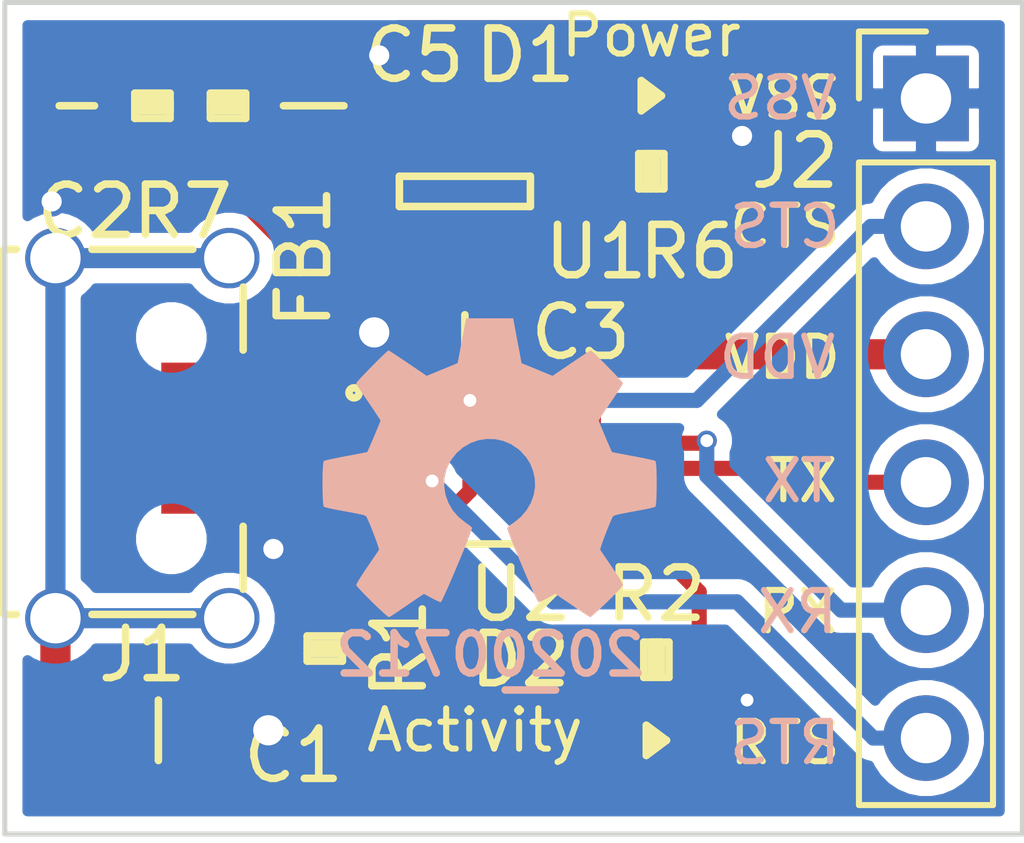
<source format=kicad_pcb>
(kicad_pcb (version 20171130) (host pcbnew 5.1.6-c6e7f7d~87~ubuntu19.10.1)

  (general
    (thickness 1.6)
    (drawings 18)
    (tracks 130)
    (zones 0)
    (modules 17)
    (nets 17)
  )

  (page A4)
  (layers
    (0 F.Cu signal)
    (31 B.Cu signal)
    (32 B.Adhes user)
    (33 F.Adhes user)
    (34 B.Paste user)
    (35 F.Paste user)
    (36 B.SilkS user)
    (37 F.SilkS user)
    (38 B.Mask user)
    (39 F.Mask user)
    (40 Dwgs.User user)
    (41 Cmts.User user)
    (42 Eco1.User user)
    (43 Eco2.User user)
    (44 Edge.Cuts user)
    (45 Margin user)
    (46 B.CrtYd user)
    (47 F.CrtYd user)
    (48 B.Fab user)
    (49 F.Fab user)
  )

  (setup
    (last_trace_width 0.6)
    (user_trace_width 0.1524)
    (user_trace_width 0.2)
    (user_trace_width 0.3)
    (user_trace_width 0.4)
    (user_trace_width 0.6)
    (user_trace_width 1)
    (user_trace_width 1.5)
    (user_trace_width 2)
    (trace_clearance 0.1524)
    (zone_clearance 0.3)
    (zone_45_only no)
    (trace_min 0.1524)
    (via_size 0.381)
    (via_drill 0.254)
    (via_min_size 0.381)
    (via_min_drill 0.254)
    (user_via 0.4 0.254)
    (user_via 0.6 0.4)
    (user_via 0.8 0.6)
    (user_via 1 0.8)
    (user_via 1.3 1)
    (user_via 1.5 1.2)
    (user_via 1.7 1.4)
    (user_via 1.9 1.6)
    (uvia_size 0.381)
    (uvia_drill 0.254)
    (uvias_allowed no)
    (uvia_min_size 0.381)
    (uvia_min_drill 0.254)
    (edge_width 0.15)
    (segment_width 0.2)
    (pcb_text_width 0.3)
    (pcb_text_size 1.5 1.5)
    (mod_edge_width 0.15)
    (mod_text_size 0.8 0.8)
    (mod_text_width 0.12)
    (pad_size 0.65 1.05)
    (pad_drill 0)
    (pad_to_mask_clearance 0.1)
    (solder_mask_min_width 0.05)
    (pad_to_paste_clearance_ratio -0.1)
    (aux_axis_origin 0 0)
    (visible_elements FFFFFF7F)
    (pcbplotparams
      (layerselection 0x010fc_ffffffff)
      (usegerberextensions true)
      (usegerberattributes false)
      (usegerberadvancedattributes false)
      (creategerberjobfile false)
      (excludeedgelayer true)
      (linewidth 0.100000)
      (plotframeref false)
      (viasonmask false)
      (mode 1)
      (useauxorigin false)
      (hpglpennumber 1)
      (hpglpenspeed 20)
      (hpglpendiameter 15.000000)
      (psnegative false)
      (psa4output false)
      (plotreference true)
      (plotvalue true)
      (plotinvisibletext false)
      (padsonsilk false)
      (subtractmaskfromsilk false)
      (outputformat 1)
      (mirror false)
      (drillshape 0)
      (scaleselection 1)
      (outputdirectory "OSH_Park_2_layer_plots"))
  )

  (net 0 "")
  (net 1 /VSS)
  (net 2 "Net-(C1-Pad1)")
  (net 3 /VBUS)
  (net 4 /VDD)
  (net 5 "Net-(J1-Pad4)")
  (net 6 /USB_DP)
  (net 7 /USB_DM)
  (net 8 /CTSI)
  (net 9 /TXO)
  (net 10 /RXI)
  (net 11 /RTSO)
  (net 12 "Net-(D1-Pad2)")
  (net 13 "Net-(FB1-Pad2)")
  (net 14 "Net-(D2-Pad2)")
  (net 15 /ACT)
  (net 16 /V3)

  (net_class Default "This is the default net class."
    (clearance 0.1524)
    (trace_width 0.1524)
    (via_dia 0.381)
    (via_drill 0.254)
    (uvia_dia 0.381)
    (uvia_drill 0.254)
    (add_net /ACT)
    (add_net /CTSI)
    (add_net /RTSO)
    (add_net /RXI)
    (add_net /TXO)
    (add_net /USB_DM)
    (add_net /USB_DP)
    (add_net /V3)
    (add_net /VBUS)
    (add_net /VDD)
    (add_net /VSS)
    (add_net "Net-(C1-Pad1)")
    (add_net "Net-(D1-Pad2)")
    (add_net "Net-(D2-Pad2)")
    (add_net "Net-(FB1-Pad2)")
    (add_net "Net-(J1-Pad4)")
  )

  (module SquantorIC:MSOP-10 (layer F.Cu) (tedit 5EDFEB17) (tstamp 5EDD658C)
    (at 150.1 91.8)
    (path /5EDDAB79)
    (fp_text reference U2 (at 1.1 2.5) (layer F.SilkS)
      (effects (font (size 1 1) (thickness 0.15)))
    )
    (fp_text value CH340E (at 0 2.5) (layer F.Fab)
      (effects (font (size 1 1) (thickness 0.15)))
    )
    (fp_line (start 2.5 0.05) (end 1.5 0.05) (layer F.Fab) (width 0.1))
    (fp_line (start 2.5 -0.05) (end 2.5 0.05) (layer F.Fab) (width 0.1))
    (fp_line (start 1.5 -0.05) (end 2.5 -0.05) (layer F.Fab) (width 0.1))
    (fp_line (start -1.5 1.5) (end -1.5 -1.5) (layer F.SilkS) (width 0.15))
    (fp_line (start 1.5 1.5) (end -1.5 1.5) (layer F.SilkS) (width 0.15))
    (fp_line (start 1.5 -1.5) (end 1.5 1.5) (layer F.SilkS) (width 0.15))
    (fp_line (start -1.5 -1.5) (end 1.5 -1.5) (layer F.SilkS) (width 0.15))
    (fp_line (start 2.5 -0.55) (end 2.5 -0.45) (layer F.Fab) (width 0.1))
    (fp_line (start 2.5 -0.45) (end 1.5 -0.45) (layer F.Fab) (width 0.1))
    (fp_line (start 1.5 -0.55) (end 2.5 -0.55) (layer F.Fab) (width 0.1))
    (fp_line (start 2.5 -0.95) (end 1.5 -0.95) (layer F.Fab) (width 0.1))
    (fp_line (start 2.5 -1.05) (end 2.5 -0.95) (layer F.Fab) (width 0.1))
    (fp_line (start 1.5 -1.05) (end 2.5 -1.05) (layer F.Fab) (width 0.1))
    (fp_line (start 2.5 0.55) (end 1.5 0.55) (layer F.Fab) (width 0.1))
    (fp_line (start 1.5 0.45) (end 2.5 0.45) (layer F.Fab) (width 0.1))
    (fp_line (start 2.5 0.45) (end 2.5 0.55) (layer F.Fab) (width 0.1))
    (fp_line (start 1.5 0.95) (end 2.5 0.95) (layer F.Fab) (width 0.1))
    (fp_line (start 2.5 0.95) (end 2.5 1.05) (layer F.Fab) (width 0.1))
    (fp_line (start 2.5 1.05) (end 1.5 1.05) (layer F.Fab) (width 0.1))
    (fp_line (start -2.5 -0.05) (end -1.5 -0.05) (layer F.Fab) (width 0.1))
    (fp_line (start -1.5 0.05) (end -2.5 0.05) (layer F.Fab) (width 0.1))
    (fp_line (start -2.5 0.05) (end -2.5 -0.05) (layer F.Fab) (width 0.1))
    (fp_line (start -2.5 -0.55) (end -1.5 -0.55) (layer F.Fab) (width 0.1))
    (fp_line (start -1.5 -0.45) (end -2.5 -0.45) (layer F.Fab) (width 0.1))
    (fp_line (start -2.5 -0.45) (end -2.5 -0.55) (layer F.Fab) (width 0.1))
    (fp_line (start -2.5 -0.95) (end -2.5 -1.05) (layer F.Fab) (width 0.1))
    (fp_line (start -1.5 -0.95) (end -2.5 -0.95) (layer F.Fab) (width 0.1))
    (fp_line (start -2.5 -1.05) (end -1.5 -1.05) (layer F.Fab) (width 0.1))
    (fp_line (start -2.5 0.45) (end -1.5 0.45) (layer F.Fab) (width 0.1))
    (fp_line (start -2.5 0.55) (end -2.5 0.45) (layer F.Fab) (width 0.1))
    (fp_line (start -1.5 0.55) (end -2.5 0.55) (layer F.Fab) (width 0.1))
    (fp_line (start -2.5 1.05) (end -2.5 0.95) (layer F.Fab) (width 0.1))
    (fp_line (start -2.5 0.95) (end -1.5 0.95) (layer F.Fab) (width 0.1))
    (fp_line (start -1.5 1.05) (end -2.5 1.05) (layer F.Fab) (width 0.1))
    (fp_circle (center -2.2 -1.5) (end -2.1 -1.5) (layer F.SilkS) (width 0.15))
    (fp_line (start -3 -1.8) (end 3 -1.8) (layer F.CrtYd) (width 0.05))
    (fp_line (start 3 -1.8) (end 3 1.8) (layer F.CrtYd) (width 0.05))
    (fp_line (start 3 1.8) (end -3 1.8) (layer F.CrtYd) (width 0.05))
    (fp_line (start -3 1.8) (end -3 -1.8) (layer F.CrtYd) (width 0.05))
    (pad 10 smd rect (at 2.3 -1) (size 0.8 0.3) (layers F.Cu F.Paste F.Mask)
      (net 16 /V3))
    (pad 9 smd rect (at 2.3 -0.5) (size 0.8 0.3) (layers F.Cu F.Paste F.Mask)
      (net 10 /RXI))
    (pad 8 smd rect (at 2.3 0) (size 0.8 0.3) (layers F.Cu F.Paste F.Mask)
      (net 9 /TXO))
    (pad 7 smd rect (at 2.3 0.5) (size 0.8 0.3) (layers F.Cu F.Paste F.Mask)
      (net 16 /V3))
    (pad 6 smd rect (at 2.3 1) (size 0.8 0.3) (layers F.Cu F.Paste F.Mask)
      (net 15 /ACT))
    (pad 5 smd rect (at -2.3 1) (size 0.8 0.3) (layers F.Cu F.Paste F.Mask)
      (net 8 /CTSI))
    (pad 4 smd rect (at -2.3 0.5) (size 0.8 0.3) (layers F.Cu F.Paste F.Mask)
      (net 11 /RTSO))
    (pad 3 smd rect (at -2.3 0) (size 0.8 0.3) (layers F.Cu F.Paste F.Mask)
      (net 1 /VSS))
    (pad 2 smd rect (at -2.3 -0.5) (size 0.8 0.3) (layers F.Cu F.Paste F.Mask)
      (net 7 /USB_DM))
    (pad 1 smd rect (at -2.3 -1) (size 0.8 0.3) (layers F.Cu F.Paste F.Mask)
      (net 6 /USB_DP))
    (model ${KISYS3DMOD}/Package_SO.3dshapes/MSOP-10_3x3mm_P0.5mm.step
      (at (xyz 0 0 0))
      (scale (xyz 1 1 1))
      (rotate (xyz 0 0 0))
    )
  )

  (module SquantorDiodes:LED_0603_hand (layer F.Cu) (tedit 5D43FE44) (tstamp 5CA24E00)
    (at 153.9 97.2 180)
    (descr "LED SMD 0603, reflow soldering, general purpose")
    (tags "LED 0603")
    (path /5CA5FABC)
    (attr smd)
    (fp_text reference D2 (at 2.7 1.6) (layer F.SilkS)
      (effects (font (size 1 1) (thickness 0.15)))
    )
    (fp_text value RED (at 2.7 1.6) (layer F.Fab)
      (effects (font (size 1 1) (thickness 0.15)))
    )
    (fp_line (start 0.1 -0.2) (end 0.1 0.2) (layer F.SilkS) (width 0.15))
    (fp_line (start -0.2 0) (end 0.2 0) (layer F.SilkS) (width 0.15))
    (fp_line (start 0.2 0.3) (end 0.2 -0.3) (layer F.SilkS) (width 0.15))
    (fp_line (start -0.2 0) (end 0.2 0.3) (layer F.SilkS) (width 0.15))
    (fp_line (start 0.2 -0.3) (end -0.2 0) (layer F.SilkS) (width 0.15))
    (fp_line (start 1.5 -0.7) (end 1.5 0.7) (layer F.CrtYd) (width 0.05))
    (fp_line (start -1.5 -0.7) (end -1.5 0.7) (layer F.CrtYd) (width 0.05))
    (fp_line (start -1.5 0.7) (end 1.5 0.7) (layer F.CrtYd) (width 0.05))
    (fp_line (start -1.5 -0.7) (end 1.5 -0.7) (layer F.CrtYd) (width 0.05))
    (fp_line (start -0.8 -0.4) (end 0.8 -0.4) (layer F.Fab) (width 0.1))
    (fp_line (start 0.8 -0.4) (end 0.8 0.4) (layer F.Fab) (width 0.1))
    (fp_line (start 0.8 0.4) (end -0.8 0.4) (layer F.Fab) (width 0.1))
    (fp_line (start -0.8 0.4) (end -0.8 -0.4) (layer F.Fab) (width 0.1))
    (pad 2 smd rect (at 0.85 0 180) (size 0.7 0.9) (layers F.Cu F.Paste F.Mask)
      (net 14 "Net-(D2-Pad2)"))
    (pad 1 smd rect (at -0.85 0 180) (size 0.7 0.9) (layers F.Cu F.Paste F.Mask)
      (net 1 /VSS))
    (model ${KISYS3DMOD}/LED_SMD.3dshapes/LED_0603_1608Metric.step
      (at (xyz 0 0 0))
      (scale (xyz 1 1 1))
      (rotate (xyz 0 0 0))
    )
  )

  (module SquantorDiodes:LED_0603_hand (layer F.Cu) (tedit 5D43FE44) (tstamp 5CA24DF0)
    (at 153.8 84.4 180)
    (descr "LED SMD 0603, reflow soldering, general purpose")
    (tags "LED 0603")
    (path /5CA5351F)
    (attr smd)
    (fp_text reference D1 (at 2.5 0.8) (layer F.SilkS)
      (effects (font (size 1 1) (thickness 0.15)))
    )
    (fp_text value GRN (at 3 0.8) (layer F.Fab)
      (effects (font (size 1 1) (thickness 0.15)))
    )
    (fp_line (start 0.1 -0.2) (end 0.1 0.2) (layer F.SilkS) (width 0.15))
    (fp_line (start -0.2 0) (end 0.2 0) (layer F.SilkS) (width 0.15))
    (fp_line (start 0.2 0.3) (end 0.2 -0.3) (layer F.SilkS) (width 0.15))
    (fp_line (start -0.2 0) (end 0.2 0.3) (layer F.SilkS) (width 0.15))
    (fp_line (start 0.2 -0.3) (end -0.2 0) (layer F.SilkS) (width 0.15))
    (fp_line (start 1.5 -0.7) (end 1.5 0.7) (layer F.CrtYd) (width 0.05))
    (fp_line (start -1.5 -0.7) (end -1.5 0.7) (layer F.CrtYd) (width 0.05))
    (fp_line (start -1.5 0.7) (end 1.5 0.7) (layer F.CrtYd) (width 0.05))
    (fp_line (start -1.5 -0.7) (end 1.5 -0.7) (layer F.CrtYd) (width 0.05))
    (fp_line (start -0.8 -0.4) (end 0.8 -0.4) (layer F.Fab) (width 0.1))
    (fp_line (start 0.8 -0.4) (end 0.8 0.4) (layer F.Fab) (width 0.1))
    (fp_line (start 0.8 0.4) (end -0.8 0.4) (layer F.Fab) (width 0.1))
    (fp_line (start -0.8 0.4) (end -0.8 -0.4) (layer F.Fab) (width 0.1))
    (pad 2 smd rect (at 0.85 0 180) (size 0.7 0.9) (layers F.Cu F.Paste F.Mask)
      (net 12 "Net-(D1-Pad2)"))
    (pad 1 smd rect (at -0.85 0 180) (size 0.7 0.9) (layers F.Cu F.Paste F.Mask)
      (net 1 /VSS))
    (model ${KISYS3DMOD}/LED_SMD.3dshapes/LED_0603_1608Metric.step
      (at (xyz 0 0 0))
      (scale (xyz 1 1 1))
      (rotate (xyz 0 0 0))
    )
  )

  (module SquantorRcl:C_0603 (layer F.Cu) (tedit 5D4422AA) (tstamp 5C9AEA58)
    (at 142.4 84.6 90)
    (descr "Capacitor SMD 0603, reflow soldering, AVX (see smccp.pdf)")
    (tags "capacitor 0603")
    (path /5C931872)
    (attr smd)
    (fp_text reference C2 (at -2.1 0.2 180) (layer F.SilkS)
      (effects (font (size 1 1) (thickness 0.15)))
    )
    (fp_text value 100n (at 0 1.9 90) (layer F.Fab)
      (effects (font (size 1 1) (thickness 0.15)))
    )
    (fp_line (start -0.8 0.4) (end -0.8 -0.4) (layer F.Fab) (width 0.1))
    (fp_line (start 0.8 0.4) (end -0.8 0.4) (layer F.Fab) (width 0.1))
    (fp_line (start 0.8 -0.4) (end 0.8 0.4) (layer F.Fab) (width 0.1))
    (fp_line (start -0.8 -0.4) (end 0.8 -0.4) (layer F.Fab) (width 0.1))
    (fp_line (start -1.4 -0.7) (end 1.4 -0.7) (layer F.CrtYd) (width 0.05))
    (fp_line (start -1.4 0.7) (end 1.4 0.7) (layer F.CrtYd) (width 0.05))
    (fp_line (start -1.4 -0.7) (end -1.4 0.7) (layer F.CrtYd) (width 0.05))
    (fp_line (start 1.4 -0.7) (end 1.4 0.7) (layer F.CrtYd) (width 0.05))
    (fp_line (start 0 -0.35) (end 0 0.35) (layer F.SilkS) (width 0.15))
    (pad 2 smd rect (at 0.75 0 90) (size 0.8 0.9) (layers F.Cu F.Paste F.Mask)
      (net 1 /VSS))
    (pad 1 smd rect (at -0.75 0 90) (size 0.8 0.9) (layers F.Cu F.Paste F.Mask)
      (net 3 /VBUS))
    (model ${KISYS3DMOD}/Capacitor_SMD.3dshapes/C_0603_1608Metric.step
      (at (xyz 0 0 0))
      (scale (xyz 1 1 1))
      (rotate (xyz 0 0 0))
    )
  )

  (module Connector_PinHeader_2.54mm:PinHeader_1x06_P2.54mm_Vertical (layer F.Cu) (tedit 59FED5CC) (tstamp 5F0AE91A)
    (at 159.25 84.455)
    (descr "Through hole straight pin header, 1x06, 2.54mm pitch, single row")
    (tags "Through hole pin header THT 1x06 2.54mm single row")
    (path /5C99F5E1)
    (fp_text reference J2 (at -2.6 1.245) (layer F.SilkS)
      (effects (font (size 1 1) (thickness 0.15)))
    )
    (fp_text value FTDI_PINS_1X06_input (at -2.042 6.455 90) (layer F.Fab)
      (effects (font (size 1 1) (thickness 0.15)))
    )
    (fp_line (start -0.635 -1.27) (end 1.27 -1.27) (layer F.Fab) (width 0.1))
    (fp_line (start 1.27 -1.27) (end 1.27 13.97) (layer F.Fab) (width 0.1))
    (fp_line (start 1.27 13.97) (end -1.27 13.97) (layer F.Fab) (width 0.1))
    (fp_line (start -1.27 13.97) (end -1.27 -0.635) (layer F.Fab) (width 0.1))
    (fp_line (start -1.27 -0.635) (end -0.635 -1.27) (layer F.Fab) (width 0.1))
    (fp_line (start -1.33 14.03) (end 1.33 14.03) (layer F.SilkS) (width 0.12))
    (fp_line (start -1.33 1.27) (end -1.33 14.03) (layer F.SilkS) (width 0.12))
    (fp_line (start 1.33 1.27) (end 1.33 14.03) (layer F.SilkS) (width 0.12))
    (fp_line (start -1.33 1.27) (end 1.33 1.27) (layer F.SilkS) (width 0.12))
    (fp_line (start -1.33 0) (end -1.33 -1.33) (layer F.SilkS) (width 0.12))
    (fp_line (start -1.33 -1.33) (end 0 -1.33) (layer F.SilkS) (width 0.12))
    (fp_line (start -1.8 -1.8) (end -1.8 14.5) (layer F.CrtYd) (width 0.05))
    (fp_line (start -1.8 14.5) (end 1.8 14.5) (layer F.CrtYd) (width 0.05))
    (fp_line (start 1.8 14.5) (end 1.8 -1.8) (layer F.CrtYd) (width 0.05))
    (fp_line (start 1.8 -1.8) (end -1.8 -1.8) (layer F.CrtYd) (width 0.05))
    (fp_text user %R (at 0 6.35 90) (layer F.Fab)
      (effects (font (size 1 1) (thickness 0.15)))
    )
    (pad 6 thru_hole oval (at 0 12.7) (size 1.7 1.7) (drill 1) (layers *.Cu *.Mask)
      (net 11 /RTSO))
    (pad 5 thru_hole oval (at 0 10.16) (size 1.7 1.7) (drill 1) (layers *.Cu *.Mask)
      (net 10 /RXI))
    (pad 4 thru_hole oval (at 0 7.62) (size 1.7 1.7) (drill 1) (layers *.Cu *.Mask)
      (net 9 /TXO))
    (pad 3 thru_hole oval (at 0 5.08) (size 1.7 1.7) (drill 1) (layers *.Cu *.Mask)
      (net 4 /VDD))
    (pad 2 thru_hole oval (at 0 2.54) (size 1.7 1.7) (drill 1) (layers *.Cu *.Mask)
      (net 8 /CTSI))
    (pad 1 thru_hole rect (at 0 0) (size 1.7 1.7) (drill 1) (layers *.Cu *.Mask)
      (net 1 /VSS))
    (model ${KISYS3DMOD}/Connector_PinHeader_2.54mm.3dshapes/PinHeader_1x06_P2.54mm_Vertical.wrl
      (at (xyz 0 0 0))
      (scale (xyz 1 1 1))
      (rotate (xyz 0 0 0))
    )
  )

  (module SquantorRcl:R_0603_hand (layer F.Cu) (tedit 5D440259) (tstamp 5EDFE4BE)
    (at 153.8 85.9)
    (descr "Resistor SMD 0603, reflow soldering, Vishay (see dcrcw.pdf)")
    (tags "resistor 0603")
    (path /5CA52544)
    (attr smd)
    (fp_text reference R6 (at 0.75 1.6) (layer F.SilkS)
      (effects (font (size 1 1) (thickness 0.15)))
    )
    (fp_text value 1K (at 0.8 1.6) (layer F.Fab)
      (effects (font (size 1 1) (thickness 0.15)))
    )
    (fp_line (start 0 0.35) (end 0 -0.35) (layer F.SilkS) (width 0.15))
    (fp_line (start 0.1 -0.35) (end 0.1 0.35) (layer F.SilkS) (width 0.15))
    (fp_line (start -0.1 -0.35) (end 0.1 -0.35) (layer F.SilkS) (width 0.15))
    (fp_line (start -0.1 0.35) (end -0.1 -0.35) (layer F.SilkS) (width 0.15))
    (fp_line (start 0.25 0.35) (end -0.25 0.35) (layer F.SilkS) (width 0.15))
    (fp_line (start -0.25 -0.35) (end 0.25 -0.35) (layer F.SilkS) (width 0.15))
    (fp_line (start -0.25 0.35) (end -0.25 -0.35) (layer F.SilkS) (width 0.15))
    (fp_line (start 0.25 -0.35) (end 0.25 0.35) (layer F.SilkS) (width 0.15))
    (fp_line (start 1.45 -0.75) (end 1.45 0.75) (layer F.CrtYd) (width 0.05))
    (fp_line (start -1.45 -0.75) (end -1.45 0.75) (layer F.CrtYd) (width 0.05))
    (fp_line (start -1.45 0.75) (end 1.45 0.75) (layer F.CrtYd) (width 0.05))
    (fp_line (start -1.45 -0.75) (end 1.45 -0.75) (layer F.CrtYd) (width 0.05))
    (fp_line (start -0.8 -0.4) (end 0.8 -0.4) (layer F.Fab) (width 0.1))
    (fp_line (start 0.8 -0.4) (end 0.8 0.4) (layer F.Fab) (width 0.1))
    (fp_line (start 0.8 0.4) (end -0.8 0.4) (layer F.Fab) (width 0.1))
    (fp_line (start -0.8 0.4) (end -0.8 -0.4) (layer F.Fab) (width 0.1))
    (pad 2 smd rect (at 0.85 0) (size 0.7 0.9) (layers F.Cu F.Paste F.Mask)
      (net 4 /VDD))
    (pad 1 smd rect (at -0.85 0) (size 0.7 0.9) (layers F.Cu F.Paste F.Mask)
      (net 12 "Net-(D1-Pad2)"))
    (model ${KISYS3DMOD}/Resistor_SMD.3dshapes/R_0603_1608Metric.step
      (at (xyz 0 0 0))
      (scale (xyz 1 1 1))
      (rotate (xyz 0 0 0))
    )
  )

  (module SquantorRcl:R_0603_hand (layer F.Cu) (tedit 5D440259) (tstamp 5CA2367B)
    (at 153.9 95.6)
    (descr "Resistor SMD 0603, reflow soldering, Vishay (see dcrcw.pdf)")
    (tags "resistor 0603")
    (path /5CA5FAB5)
    (attr smd)
    (fp_text reference R2 (at 0 -1.3) (layer F.SilkS)
      (effects (font (size 1 1) (thickness 0.15)))
    )
    (fp_text value 1K (at 0 -1.3) (layer F.Fab)
      (effects (font (size 1 1) (thickness 0.15)))
    )
    (fp_line (start 0 0.35) (end 0 -0.35) (layer F.SilkS) (width 0.15))
    (fp_line (start 0.1 -0.35) (end 0.1 0.35) (layer F.SilkS) (width 0.15))
    (fp_line (start -0.1 -0.35) (end 0.1 -0.35) (layer F.SilkS) (width 0.15))
    (fp_line (start -0.1 0.35) (end -0.1 -0.35) (layer F.SilkS) (width 0.15))
    (fp_line (start 0.25 0.35) (end -0.25 0.35) (layer F.SilkS) (width 0.15))
    (fp_line (start -0.25 -0.35) (end 0.25 -0.35) (layer F.SilkS) (width 0.15))
    (fp_line (start -0.25 0.35) (end -0.25 -0.35) (layer F.SilkS) (width 0.15))
    (fp_line (start 0.25 -0.35) (end 0.25 0.35) (layer F.SilkS) (width 0.15))
    (fp_line (start 1.45 -0.75) (end 1.45 0.75) (layer F.CrtYd) (width 0.05))
    (fp_line (start -1.45 -0.75) (end -1.45 0.75) (layer F.CrtYd) (width 0.05))
    (fp_line (start -1.45 0.75) (end 1.45 0.75) (layer F.CrtYd) (width 0.05))
    (fp_line (start -1.45 -0.75) (end 1.45 -0.75) (layer F.CrtYd) (width 0.05))
    (fp_line (start -0.8 -0.4) (end 0.8 -0.4) (layer F.Fab) (width 0.1))
    (fp_line (start 0.8 -0.4) (end 0.8 0.4) (layer F.Fab) (width 0.1))
    (fp_line (start 0.8 0.4) (end -0.8 0.4) (layer F.Fab) (width 0.1))
    (fp_line (start -0.8 0.4) (end -0.8 -0.4) (layer F.Fab) (width 0.1))
    (pad 2 smd rect (at 0.85 0) (size 0.7 0.9) (layers F.Cu F.Paste F.Mask)
      (net 15 /ACT))
    (pad 1 smd rect (at -0.85 0) (size 0.7 0.9) (layers F.Cu F.Paste F.Mask)
      (net 14 "Net-(D2-Pad2)"))
    (model ${KISYS3DMOD}/Resistor_SMD.3dshapes/R_0603_1608Metric.step
      (at (xyz 0 0 0))
      (scale (xyz 1 1 1))
      (rotate (xyz 0 0 0))
    )
  )

  (module SquantorRcl:R_0603_hand (layer F.Cu) (tedit 5D440259) (tstamp 5C9AEAA3)
    (at 147.32 95.377 270)
    (descr "Resistor SMD 0603, reflow soldering, Vishay (see dcrcw.pdf)")
    (tags "resistor 0603")
    (path /5C92C64E)
    (attr smd)
    (fp_text reference R1 (at 0 -1.48 90) (layer F.SilkS)
      (effects (font (size 1 1) (thickness 0.15)))
    )
    (fp_text value 0 (at 0 1.9 90) (layer F.Fab)
      (effects (font (size 1 1) (thickness 0.15)))
    )
    (fp_line (start 0 0.35) (end 0 -0.35) (layer F.SilkS) (width 0.15))
    (fp_line (start 0.1 -0.35) (end 0.1 0.35) (layer F.SilkS) (width 0.15))
    (fp_line (start -0.1 -0.35) (end 0.1 -0.35) (layer F.SilkS) (width 0.15))
    (fp_line (start -0.1 0.35) (end -0.1 -0.35) (layer F.SilkS) (width 0.15))
    (fp_line (start 0.25 0.35) (end -0.25 0.35) (layer F.SilkS) (width 0.15))
    (fp_line (start -0.25 -0.35) (end 0.25 -0.35) (layer F.SilkS) (width 0.15))
    (fp_line (start -0.25 0.35) (end -0.25 -0.35) (layer F.SilkS) (width 0.15))
    (fp_line (start 0.25 -0.35) (end 0.25 0.35) (layer F.SilkS) (width 0.15))
    (fp_line (start 1.45 -0.75) (end 1.45 0.75) (layer F.CrtYd) (width 0.05))
    (fp_line (start -1.45 -0.75) (end -1.45 0.75) (layer F.CrtYd) (width 0.05))
    (fp_line (start -1.45 0.75) (end 1.45 0.75) (layer F.CrtYd) (width 0.05))
    (fp_line (start -1.45 -0.75) (end 1.45 -0.75) (layer F.CrtYd) (width 0.05))
    (fp_line (start -0.8 -0.4) (end 0.8 -0.4) (layer F.Fab) (width 0.1))
    (fp_line (start 0.8 -0.4) (end 0.8 0.4) (layer F.Fab) (width 0.1))
    (fp_line (start 0.8 0.4) (end -0.8 0.4) (layer F.Fab) (width 0.1))
    (fp_line (start -0.8 0.4) (end -0.8 -0.4) (layer F.Fab) (width 0.1))
    (pad 2 smd rect (at 0.85 0 270) (size 0.7 0.9) (layers F.Cu F.Paste F.Mask)
      (net 1 /VSS))
    (pad 1 smd rect (at -0.85 0 270) (size 0.7 0.9) (layers F.Cu F.Paste F.Mask)
      (net 5 "Net-(J1-Pad4)"))
    (model ${KISYS3DMOD}/Resistor_SMD.3dshapes/R_0603_1608Metric.step
      (at (xyz 0 0 0))
      (scale (xyz 1 1 1))
      (rotate (xyz 0 0 0))
    )
  )

  (module SquantorLabels:Label_Generic (layer B.Cu) (tedit 5D8A7D4C) (tstamp 5C99BF8B)
    (at 151.4 95.6 180)
    (descr "Label for general purpose use")
    (tags Label)
    (path /5A1357A5)
    (attr smd)
    (fp_text reference N2 (at 0 -1.85) (layer B.Fab) hide
      (effects (font (size 1 1) (thickness 0.15)) (justify mirror))
    )
    (fp_text value 20200712 (at 0.8 0.1) (layer B.SilkS)
      (effects (font (size 0.8 0.8) (thickness 0.15)) (justify mirror))
    )
    (fp_line (start -0.5 -0.6) (end 0.5 -0.6) (layer B.SilkS) (width 0.15))
  )

  (module Symbol:OSHW-Symbol_6.7x6mm_SilkScreen (layer B.Cu) (tedit 0) (tstamp 5CA1EFC0)
    (at 150.6 91.8 180)
    (descr "Open Source Hardware Symbol")
    (tags "Logo Symbol OSHW")
    (path /5A135869)
    (attr virtual)
    (fp_text reference N1 (at 0 0) (layer B.SilkS) hide
      (effects (font (size 1 1) (thickness 0.15)) (justify mirror))
    )
    (fp_text value OHWLOGO (at 0.75 0) (layer B.Fab) hide
      (effects (font (size 1 1) (thickness 0.15)) (justify mirror))
    )
    (fp_poly (pts (xy 0.555814 2.531069) (xy 0.639635 2.086445) (xy 0.94892 1.958947) (xy 1.258206 1.831449)
      (xy 1.629246 2.083754) (xy 1.733157 2.154004) (xy 1.827087 2.216728) (xy 1.906652 2.269062)
      (xy 1.96747 2.308143) (xy 2.005157 2.331107) (xy 2.015421 2.336058) (xy 2.03391 2.323324)
      (xy 2.07342 2.288118) (xy 2.129522 2.234938) (xy 2.197787 2.168282) (xy 2.273786 2.092646)
      (xy 2.353092 2.012528) (xy 2.431275 1.932426) (xy 2.503907 1.856836) (xy 2.566559 1.790255)
      (xy 2.614803 1.737182) (xy 2.64421 1.702113) (xy 2.651241 1.690377) (xy 2.641123 1.66874)
      (xy 2.612759 1.621338) (xy 2.569129 1.552807) (xy 2.513218 1.467785) (xy 2.448006 1.370907)
      (xy 2.410219 1.31565) (xy 2.341343 1.214752) (xy 2.28014 1.123701) (xy 2.229578 1.04703)
      (xy 2.192628 0.989272) (xy 2.172258 0.954957) (xy 2.169197 0.947746) (xy 2.176136 0.927252)
      (xy 2.195051 0.879487) (xy 2.223087 0.811168) (xy 2.257391 0.729011) (xy 2.295109 0.63973)
      (xy 2.333387 0.550042) (xy 2.36937 0.466662) (xy 2.400206 0.396306) (xy 2.423039 0.34569)
      (xy 2.435017 0.321529) (xy 2.435724 0.320578) (xy 2.454531 0.315964) (xy 2.504618 0.305672)
      (xy 2.580793 0.290713) (xy 2.677865 0.272099) (xy 2.790643 0.250841) (xy 2.856442 0.238582)
      (xy 2.97695 0.215638) (xy 3.085797 0.193805) (xy 3.177476 0.174278) (xy 3.246481 0.158252)
      (xy 3.287304 0.146921) (xy 3.295511 0.143326) (xy 3.303548 0.118994) (xy 3.310033 0.064041)
      (xy 3.31497 -0.015108) (xy 3.318364 -0.112026) (xy 3.320218 -0.220287) (xy 3.320538 -0.333465)
      (xy 3.319327 -0.445135) (xy 3.31659 -0.548868) (xy 3.312331 -0.638241) (xy 3.306555 -0.706826)
      (xy 3.299267 -0.748197) (xy 3.294895 -0.75681) (xy 3.268764 -0.767133) (xy 3.213393 -0.781892)
      (xy 3.136107 -0.799352) (xy 3.04423 -0.81778) (xy 3.012158 -0.823741) (xy 2.857524 -0.852066)
      (xy 2.735375 -0.874876) (xy 2.641673 -0.89308) (xy 2.572384 -0.907583) (xy 2.523471 -0.919292)
      (xy 2.490897 -0.929115) (xy 2.470628 -0.937956) (xy 2.458626 -0.946724) (xy 2.456947 -0.948457)
      (xy 2.440184 -0.976371) (xy 2.414614 -1.030695) (xy 2.382788 -1.104777) (xy 2.34726 -1.191965)
      (xy 2.310583 -1.285608) (xy 2.275311 -1.379052) (xy 2.243996 -1.465647) (xy 2.219193 -1.53874)
      (xy 2.203454 -1.591678) (xy 2.199332 -1.617811) (xy 2.199676 -1.618726) (xy 2.213641 -1.640086)
      (xy 2.245322 -1.687084) (xy 2.291391 -1.754827) (xy 2.348518 -1.838423) (xy 2.413373 -1.932982)
      (xy 2.431843 -1.959854) (xy 2.497699 -2.057275) (xy 2.55565 -2.146163) (xy 2.602538 -2.221412)
      (xy 2.635207 -2.27792) (xy 2.6505 -2.310581) (xy 2.651241 -2.314593) (xy 2.638392 -2.335684)
      (xy 2.602888 -2.377464) (xy 2.549293 -2.435445) (xy 2.482171 -2.505135) (xy 2.406087 -2.582045)
      (xy 2.325604 -2.661683) (xy 2.245287 -2.739561) (xy 2.169699 -2.811186) (xy 2.103405 -2.87207)
      (xy 2.050969 -2.917721) (xy 2.016955 -2.94365) (xy 2.007545 -2.947883) (xy 1.985643 -2.937912)
      (xy 1.9408 -2.91102) (xy 1.880321 -2.871736) (xy 1.833789 -2.840117) (xy 1.749475 -2.782098)
      (xy 1.649626 -2.713784) (xy 1.549473 -2.645579) (xy 1.495627 -2.609075) (xy 1.313371 -2.4858)
      (xy 1.160381 -2.56852) (xy 1.090682 -2.604759) (xy 1.031414 -2.632926) (xy 0.991311 -2.648991)
      (xy 0.981103 -2.651226) (xy 0.968829 -2.634722) (xy 0.944613 -2.588082) (xy 0.910263 -2.515609)
      (xy 0.867588 -2.421606) (xy 0.818394 -2.310374) (xy 0.76449 -2.186215) (xy 0.707684 -2.053432)
      (xy 0.649782 -1.916327) (xy 0.592593 -1.779202) (xy 0.537924 -1.646358) (xy 0.487584 -1.522098)
      (xy 0.44338 -1.410725) (xy 0.407119 -1.316539) (xy 0.380609 -1.243844) (xy 0.365658 -1.196941)
      (xy 0.363254 -1.180833) (xy 0.382311 -1.160286) (xy 0.424036 -1.126933) (xy 0.479706 -1.087702)
      (xy 0.484378 -1.084599) (xy 0.628264 -0.969423) (xy 0.744283 -0.835053) (xy 0.83143 -0.685784)
      (xy 0.888699 -0.525913) (xy 0.915086 -0.359737) (xy 0.909585 -0.191552) (xy 0.87119 -0.025655)
      (xy 0.798895 0.133658) (xy 0.777626 0.168513) (xy 0.666996 0.309263) (xy 0.536302 0.422286)
      (xy 0.390064 0.506997) (xy 0.232808 0.562806) (xy 0.069057 0.589126) (xy -0.096667 0.58537)
      (xy -0.259838 0.55095) (xy -0.415935 0.485277) (xy -0.560433 0.387765) (xy -0.605131 0.348187)
      (xy -0.718888 0.224297) (xy -0.801782 0.093876) (xy -0.858644 -0.052315) (xy -0.890313 -0.197088)
      (xy -0.898131 -0.35986) (xy -0.872062 -0.52344) (xy -0.814755 -0.682298) (xy -0.728856 -0.830906)
      (xy -0.617014 -0.963735) (xy -0.481877 -1.075256) (xy -0.464117 -1.087011) (xy -0.40785 -1.125508)
      (xy -0.365077 -1.158863) (xy -0.344628 -1.18016) (xy -0.344331 -1.180833) (xy -0.348721 -1.203871)
      (xy -0.366124 -1.256157) (xy -0.394732 -1.33339) (xy -0.432735 -1.431268) (xy -0.478326 -1.545491)
      (xy -0.529697 -1.671758) (xy -0.585038 -1.805767) (xy -0.642542 -1.943218) (xy -0.700399 -2.079808)
      (xy -0.756802 -2.211237) (xy -0.809942 -2.333205) (xy -0.85801 -2.441409) (xy -0.899199 -2.531549)
      (xy -0.931699 -2.599323) (xy -0.953703 -2.64043) (xy -0.962564 -2.651226) (xy -0.98964 -2.642819)
      (xy -1.040303 -2.620272) (xy -1.105817 -2.587613) (xy -1.141841 -2.56852) (xy -1.294832 -2.4858)
      (xy -1.477088 -2.609075) (xy -1.570125 -2.672228) (xy -1.671985 -2.741727) (xy -1.767438 -2.807165)
      (xy -1.81525 -2.840117) (xy -1.882495 -2.885273) (xy -1.939436 -2.921057) (xy -1.978646 -2.942938)
      (xy -1.991381 -2.947563) (xy -2.009917 -2.935085) (xy -2.050941 -2.900252) (xy -2.110475 -2.846678)
      (xy -2.184542 -2.777983) (xy -2.269165 -2.697781) (xy -2.322685 -2.646286) (xy -2.416319 -2.554286)
      (xy -2.497241 -2.471999) (xy -2.562177 -2.402945) (xy -2.607858 -2.350644) (xy -2.631011 -2.318616)
      (xy -2.633232 -2.312116) (xy -2.622924 -2.287394) (xy -2.594439 -2.237405) (xy -2.550937 -2.167212)
      (xy -2.495577 -2.081875) (xy -2.43152 -1.986456) (xy -2.413303 -1.959854) (xy -2.346927 -1.863167)
      (xy -2.287378 -1.776117) (xy -2.237984 -1.703595) (xy -2.202075 -1.650493) (xy -2.182981 -1.621703)
      (xy -2.181136 -1.618726) (xy -2.183895 -1.595782) (xy -2.198538 -1.545336) (xy -2.222513 -1.474041)
      (xy -2.253266 -1.388547) (xy -2.288244 -1.295507) (xy -2.324893 -1.201574) (xy -2.360661 -1.113399)
      (xy -2.392994 -1.037634) (xy -2.419338 -0.980931) (xy -2.437142 -0.949943) (xy -2.438407 -0.948457)
      (xy -2.449294 -0.939601) (xy -2.467682 -0.930843) (xy -2.497606 -0.921277) (xy -2.543103 -0.909996)
      (xy -2.608209 -0.896093) (xy -2.696961 -0.878663) (xy -2.813393 -0.856798) (xy -2.961542 -0.829591)
      (xy -2.993618 -0.823741) (xy -3.088686 -0.805374) (xy -3.171565 -0.787405) (xy -3.23493 -0.771569)
      (xy -3.271458 -0.7596) (xy -3.276356 -0.75681) (xy -3.284427 -0.732072) (xy -3.290987 -0.67679)
      (xy -3.296033 -0.597389) (xy -3.299559 -0.500296) (xy -3.301561 -0.391938) (xy -3.302036 -0.27874)
      (xy -3.300977 -0.167128) (xy -3.298382 -0.063529) (xy -3.294246 0.025632) (xy -3.288563 0.093928)
      (xy -3.281331 0.134934) (xy -3.276971 0.143326) (xy -3.252698 0.151792) (xy -3.197426 0.165565)
      (xy -3.116662 0.18345) (xy -3.015912 0.204252) (xy -2.900683 0.226777) (xy -2.837902 0.238582)
      (xy -2.718787 0.260849) (xy -2.612565 0.281021) (xy -2.524427 0.298085) (xy -2.459566 0.311031)
      (xy -2.423174 0.318845) (xy -2.417184 0.320578) (xy -2.407061 0.34011) (xy -2.385662 0.387157)
      (xy -2.355839 0.454997) (xy -2.320445 0.536909) (xy -2.282332 0.626172) (xy -2.244353 0.716065)
      (xy -2.20936 0.799865) (xy -2.180206 0.870853) (xy -2.159743 0.922306) (xy -2.150823 0.947503)
      (xy -2.150657 0.948604) (xy -2.160769 0.968481) (xy -2.189117 1.014223) (xy -2.232723 1.081283)
      (xy -2.288606 1.165116) (xy -2.353787 1.261174) (xy -2.391679 1.31635) (xy -2.460725 1.417519)
      (xy -2.52205 1.50937) (xy -2.572663 1.587256) (xy -2.609571 1.646531) (xy -2.629782 1.682549)
      (xy -2.632701 1.690623) (xy -2.620153 1.709416) (xy -2.585463 1.749543) (xy -2.533063 1.806507)
      (xy -2.467384 1.875815) (xy -2.392856 1.952969) (xy -2.313913 2.033475) (xy -2.234983 2.112837)
      (xy -2.1605 2.18656) (xy -2.094894 2.250148) (xy -2.042596 2.299106) (xy -2.008039 2.328939)
      (xy -1.996478 2.336058) (xy -1.977654 2.326047) (xy -1.932631 2.297922) (xy -1.865787 2.254546)
      (xy -1.781499 2.198782) (xy -1.684144 2.133494) (xy -1.610707 2.083754) (xy -1.239667 1.831449)
      (xy -0.621095 2.086445) (xy -0.537275 2.531069) (xy -0.453454 2.975693) (xy 0.471994 2.975693)
      (xy 0.555814 2.531069)) (layer B.SilkS) (width 0.01))
  )

  (module SquantorRcl:C_0603 (layer F.Cu) (tedit 5D4422AA) (tstamp 5EDD63B0)
    (at 150.1 89.1)
    (descr "Capacitor SMD 0603, reflow soldering, AVX (see smccp.pdf)")
    (tags "capacitor 0603")
    (path /5EDDAB73)
    (attr smd)
    (fp_text reference C3 (at 2.3 0) (layer F.SilkS)
      (effects (font (size 1 1) (thickness 0.15)))
    )
    (fp_text value 1u (at 2.3 0) (layer F.Fab)
      (effects (font (size 1 1) (thickness 0.15)))
    )
    (fp_line (start 0 -0.35) (end 0 0.35) (layer F.SilkS) (width 0.15))
    (fp_line (start 1.4 -0.7) (end 1.4 0.7) (layer F.CrtYd) (width 0.05))
    (fp_line (start -1.4 -0.7) (end -1.4 0.7) (layer F.CrtYd) (width 0.05))
    (fp_line (start -1.4 0.7) (end 1.4 0.7) (layer F.CrtYd) (width 0.05))
    (fp_line (start -1.4 -0.7) (end 1.4 -0.7) (layer F.CrtYd) (width 0.05))
    (fp_line (start -0.8 -0.4) (end 0.8 -0.4) (layer F.Fab) (width 0.1))
    (fp_line (start 0.8 -0.4) (end 0.8 0.4) (layer F.Fab) (width 0.1))
    (fp_line (start 0.8 0.4) (end -0.8 0.4) (layer F.Fab) (width 0.1))
    (fp_line (start -0.8 0.4) (end -0.8 -0.4) (layer F.Fab) (width 0.1))
    (pad 2 smd rect (at 0.75 0) (size 0.8 0.9) (layers F.Cu F.Paste F.Mask)
      (net 16 /V3))
    (pad 1 smd rect (at -0.75 0) (size 0.8 0.9) (layers F.Cu F.Paste F.Mask)
      (net 1 /VSS))
    (model ${KISYS3DMOD}/Capacitor_SMD.3dshapes/C_0603_1608Metric.step
      (at (xyz 0 0 0))
      (scale (xyz 1 1 1))
      (rotate (xyz 0 0 0))
    )
  )

  (module SquantorRcl:C_0805 (layer F.Cu) (tedit 5D87C73D) (tstamp 5C99AAB6)
    (at 144.018 97)
    (descr "Capacitor SMD 0805, reflow soldering, AVX (see smccp.pdf)")
    (tags "capacitor 0805")
    (path /5C92E663)
    (attr smd)
    (fp_text reference C1 (at 2.682 0.5) (layer F.SilkS)
      (effects (font (size 1 1) (thickness 0.15)))
    )
    (fp_text value 100n (at 2.682 0.5) (layer F.Fab)
      (effects (font (size 1 1) (thickness 0.15)))
    )
    (fp_line (start 0 -0.6) (end 0 0.6) (layer F.SilkS) (width 0.15))
    (fp_line (start 1.75 -0.95) (end 1.75 0.95) (layer F.CrtYd) (width 0.05))
    (fp_line (start -1.75 -0.95) (end -1.75 0.95) (layer F.CrtYd) (width 0.05))
    (fp_line (start -1.75 0.95) (end 1.75 0.95) (layer F.CrtYd) (width 0.05))
    (fp_line (start -1.75 -0.95) (end 1.75 -0.95) (layer F.CrtYd) (width 0.05))
    (fp_line (start -0.9 -0.625) (end 0.9 -0.625) (layer F.Fab) (width 0.1))
    (fp_line (start 0.9 -0.625) (end 0.9 0.625) (layer F.Fab) (width 0.1))
    (fp_line (start 0.9 0.625) (end -0.9 0.625) (layer F.Fab) (width 0.1))
    (fp_line (start -0.9 0.625) (end -0.9 -0.625) (layer F.Fab) (width 0.1))
    (pad 2 smd rect (at 1 0) (size 1 1.35) (layers F.Cu F.Paste F.Mask)
      (net 1 /VSS))
    (pad 1 smd rect (at -1 0) (size 1 1.35) (layers F.Cu F.Paste F.Mask)
      (net 2 "Net-(C1-Pad1)"))
    (model ${KISYS3DMOD}/Capacitor_SMD.3dshapes/C_0805_2012Metric.step
      (at (xyz 0 0 0))
      (scale (xyz 1 1 1))
      (rotate (xyz 0 0 0))
    )
  )

  (module SquantorRcl:C_0805 (layer F.Cu) (tedit 5D87C73D) (tstamp 5C99AAF6)
    (at 147.1 84.6 90)
    (descr "Capacitor SMD 0805, reflow soldering, AVX (see smccp.pdf)")
    (tags "capacitor 0805")
    (path /5C9348E3)
    (attr smd)
    (fp_text reference C5 (at 1 2 180) (layer F.SilkS)
      (effects (font (size 1 1) (thickness 0.15)))
    )
    (fp_text value 10u (at 1 2 180) (layer F.Fab)
      (effects (font (size 1 1) (thickness 0.15)))
    )
    (fp_line (start 0 -0.6) (end 0 0.6) (layer F.SilkS) (width 0.15))
    (fp_line (start 1.75 -0.95) (end 1.75 0.95) (layer F.CrtYd) (width 0.05))
    (fp_line (start -1.75 -0.95) (end -1.75 0.95) (layer F.CrtYd) (width 0.05))
    (fp_line (start -1.75 0.95) (end 1.75 0.95) (layer F.CrtYd) (width 0.05))
    (fp_line (start -1.75 -0.95) (end 1.75 -0.95) (layer F.CrtYd) (width 0.05))
    (fp_line (start -0.9 -0.625) (end 0.9 -0.625) (layer F.Fab) (width 0.1))
    (fp_line (start 0.9 -0.625) (end 0.9 0.625) (layer F.Fab) (width 0.1))
    (fp_line (start 0.9 0.625) (end -0.9 0.625) (layer F.Fab) (width 0.1))
    (fp_line (start -0.9 0.625) (end -0.9 -0.625) (layer F.Fab) (width 0.1))
    (pad 2 smd rect (at 1 0 90) (size 1 1.35) (layers F.Cu F.Paste F.Mask)
      (net 1 /VSS))
    (pad 1 smd rect (at -1 0 90) (size 1 1.35) (layers F.Cu F.Paste F.Mask)
      (net 4 /VDD))
    (model ${KISYS3DMOD}/Capacitor_SMD.3dshapes/C_0805_2012Metric.step
      (at (xyz 0 0 0))
      (scale (xyz 1 1 1))
      (rotate (xyz 0 0 0))
    )
  )

  (module SquantorRcl:R_0603_hand (layer F.Cu) (tedit 5D440259) (tstamp 5C99AB56)
    (at 145.4 84.6 90)
    (descr "Resistor SMD 0603, reflow soldering, Vishay (see dcrcw.pdf)")
    (tags "resistor 0603")
    (path /5C9338DB)
    (attr smd)
    (fp_text reference FB1 (at -3 1.5 270) (layer F.SilkS)
      (effects (font (size 1 1) (thickness 0.15)))
    )
    (fp_text value 600 (at -3 1.5 270) (layer F.Fab)
      (effects (font (size 1 1) (thickness 0.15)))
    )
    (fp_line (start 0 0.35) (end 0 -0.35) (layer F.SilkS) (width 0.15))
    (fp_line (start 0.1 -0.35) (end 0.1 0.35) (layer F.SilkS) (width 0.15))
    (fp_line (start -0.1 -0.35) (end 0.1 -0.35) (layer F.SilkS) (width 0.15))
    (fp_line (start -0.1 0.35) (end -0.1 -0.35) (layer F.SilkS) (width 0.15))
    (fp_line (start 0.25 0.35) (end -0.25 0.35) (layer F.SilkS) (width 0.15))
    (fp_line (start -0.25 -0.35) (end 0.25 -0.35) (layer F.SilkS) (width 0.15))
    (fp_line (start -0.25 0.35) (end -0.25 -0.35) (layer F.SilkS) (width 0.15))
    (fp_line (start 0.25 -0.35) (end 0.25 0.35) (layer F.SilkS) (width 0.15))
    (fp_line (start 1.45 -0.75) (end 1.45 0.75) (layer F.CrtYd) (width 0.05))
    (fp_line (start -1.45 -0.75) (end -1.45 0.75) (layer F.CrtYd) (width 0.05))
    (fp_line (start -1.45 0.75) (end 1.45 0.75) (layer F.CrtYd) (width 0.05))
    (fp_line (start -1.45 -0.75) (end 1.45 -0.75) (layer F.CrtYd) (width 0.05))
    (fp_line (start -0.8 -0.4) (end 0.8 -0.4) (layer F.Fab) (width 0.1))
    (fp_line (start 0.8 -0.4) (end 0.8 0.4) (layer F.Fab) (width 0.1))
    (fp_line (start 0.8 0.4) (end -0.8 0.4) (layer F.Fab) (width 0.1))
    (fp_line (start -0.8 0.4) (end -0.8 -0.4) (layer F.Fab) (width 0.1))
    (pad 2 smd rect (at 0.85 0 90) (size 0.7 0.9) (layers F.Cu F.Paste F.Mask)
      (net 13 "Net-(FB1-Pad2)"))
    (pad 1 smd rect (at -0.85 0 90) (size 0.7 0.9) (layers F.Cu F.Paste F.Mask)
      (net 4 /VDD))
    (model ${KISYS3DMOD}/Resistor_SMD.3dshapes/R_0603_1608Metric.step
      (at (xyz 0 0 0))
      (scale (xyz 1 1 1))
      (rotate (xyz 0 0 0))
    )
  )

  (module SquantorUsb:USB-muB-SMD_TH (layer F.Cu) (tedit 5E237215) (tstamp 5C99AB6C)
    (at 143.7 91.2 270)
    (path /5C92FD3B)
    (fp_text reference J1 (at 4.3 0) (layer F.SilkS)
      (effects (font (size 1 1) (thickness 0.15)))
    )
    (fp_text value USB-ID (at 0 1.5 270) (layer F.Fab)
      (effects (font (size 1 1) (thickness 0.15)))
    )
    (fp_line (start -3 -2) (end -1.75 -2) (layer F.SilkS) (width 0.15))
    (fp_line (start 1.75 -2) (end 3 -2) (layer F.SilkS) (width 0.15))
    (fp_line (start 3.5 -1) (end 3.5 1) (layer F.SilkS) (width 0.15))
    (fp_line (start -3.75 -1) (end -3.75 1) (layer F.SilkS) (width 0.15))
    (fp_line (start -3.75 2.75) (end -3.75 2.5) (layer F.SilkS) (width 0.15))
    (fp_line (start 3.5 2.75) (end -3.75 2.75) (layer F.SilkS) (width 0.15))
    (fp_line (start 3.5 2.5) (end 3.5 2.75) (layer F.SilkS) (width 0.15))
    (pad S thru_hole circle (at 3.575 1.725 270) (size 1.2 1.2) (drill 1) (layers *.Cu *.Mask)
      (net 2 "Net-(C1-Pad1)"))
    (pad "" np_thru_hole circle (at 2 -0.575 270) (size 0.8 0.8) (drill 0.8) (layers *.Cu))
    (pad 1 smd rect (at -1.3 -1.3 270) (size 0.4 1.85) (layers F.Cu F.Paste F.Mask)
      (net 3 /VBUS))
    (pad 2 smd rect (at -0.65 -1.3 270) (size 0.4 1.85) (layers F.Cu F.Paste F.Mask)
      (net 7 /USB_DM))
    (pad 3 smd rect (at 0 -1.3 270) (size 0.4 1.85) (layers F.Cu F.Paste F.Mask)
      (net 6 /USB_DP))
    (pad 4 smd rect (at 0.65 -1.3 270) (size 0.4 1.85) (layers F.Cu F.Paste F.Mask)
      (net 5 "Net-(J1-Pad4)"))
    (pad 5 smd rect (at 1.3 -1.3 270) (size 0.4 1.85) (layers F.Cu F.Paste F.Mask)
      (net 1 /VSS))
    (pad "" np_thru_hole circle (at -2 -0.575 270) (size 0.8 0.8) (drill 0.8) (layers *.Cu))
    (pad S thru_hole circle (at -3.575 1.725 270) (size 1.2 1.2) (drill 1) (layers *.Cu *.Mask)
      (net 2 "Net-(C1-Pad1)"))
    (pad S thru_hole circle (at 3.575 -1.725 270) (size 1.2 1.2) (drill 1) (layers *.Cu *.Mask)
      (net 2 "Net-(C1-Pad1)"))
    (pad S thru_hole circle (at -3.575 -1.725 270) (size 1.2 1.2) (drill 1) (layers *.Cu *.Mask)
      (net 2 "Net-(C1-Pad1)"))
    (model ${KISYS3DMOD}/Connector_USB.3dshapes/USB_Micro-B_Molex_47346-0001.step
      (at (xyz 0 0 0))
      (scale (xyz 1 1 1))
      (rotate (xyz 0 0 0))
    )
  )

  (module SquantorIC:SOT23-3-Microchip-TT (layer F.Cu) (tedit 5EDFE454) (tstamp 5CA23EC3)
    (at 150.1 86.3)
    (path /5C9A30EE)
    (fp_text reference U1 (at 2.6 1.2) (layer F.SilkS)
      (effects (font (size 1 1) (thickness 0.15)))
    )
    (fp_text value MCP1702-CB (at -4.6 2.9) (layer F.Fab) hide
      (effects (font (size 1 1) (thickness 0.15)))
    )
    (fp_line (start -1.7 -2) (end -1.7 2) (layer F.CrtYd) (width 0.05))
    (fp_line (start 1.7 -2) (end -1.7 -2) (layer F.CrtYd) (width 0.05))
    (fp_line (start 1.7 2) (end 1.7 -2) (layer F.CrtYd) (width 0.05))
    (fp_line (start -1.7 2) (end 1.7 2) (layer F.CrtYd) (width 0.05))
    (fp_line (start -1.3 0.3) (end -1.3 -0.3) (layer F.SilkS) (width 0.15))
    (fp_line (start 1.3 0.3) (end -1.3 0.3) (layer F.SilkS) (width 0.15))
    (fp_line (start 1.3 -0.3) (end 1.3 0.3) (layer F.SilkS) (width 0.15))
    (fp_line (start -1.3 -0.3) (end 1.3 -0.3) (layer F.SilkS) (width 0.15))
    (pad 3 smd rect (at 0 -1.15) (size 0.65 1.05) (layers F.Cu F.Paste F.Mask)
      (net 4 /VDD) (zone_connect 2))
    (pad 2 smd rect (at 0.95 1.15) (size 0.65 1.05) (layers F.Cu F.Paste F.Mask)
      (net 16 /V3))
    (pad 1 smd rect (at -0.95 1.15) (size 0.65 1.05) (layers F.Cu F.Paste F.Mask)
      (net 1 /VSS))
    (model ${KISYS3DMOD}/Package_TO_SOT_SMD.3dshapes/SOT-23.step
      (at (xyz 0 0 0))
      (scale (xyz 1 1 1))
      (rotate (xyz 0 0 -90))
    )
  )

  (module SquantorRcl:R_0603_hand (layer F.Cu) (tedit 5D440259) (tstamp 5EDECA39)
    (at 143.9 84.6 270)
    (descr "Resistor SMD 0603, reflow soldering, Vishay (see dcrcw.pdf)")
    (tags "resistor 0603")
    (path /5C9C65BC)
    (attr smd)
    (fp_text reference R7 (at 2.1 -0.6 180) (layer F.SilkS)
      (effects (font (size 1 1) (thickness 0.15)))
    )
    (fp_text value Fuse (at 2.1 -0.4) (layer F.Fab)
      (effects (font (size 1 1) (thickness 0.15)))
    )
    (fp_line (start 0 0.35) (end 0 -0.35) (layer F.SilkS) (width 0.15))
    (fp_line (start 0.1 -0.35) (end 0.1 0.35) (layer F.SilkS) (width 0.15))
    (fp_line (start -0.1 -0.35) (end 0.1 -0.35) (layer F.SilkS) (width 0.15))
    (fp_line (start -0.1 0.35) (end -0.1 -0.35) (layer F.SilkS) (width 0.15))
    (fp_line (start 0.25 0.35) (end -0.25 0.35) (layer F.SilkS) (width 0.15))
    (fp_line (start -0.25 -0.35) (end 0.25 -0.35) (layer F.SilkS) (width 0.15))
    (fp_line (start -0.25 0.35) (end -0.25 -0.35) (layer F.SilkS) (width 0.15))
    (fp_line (start 0.25 -0.35) (end 0.25 0.35) (layer F.SilkS) (width 0.15))
    (fp_line (start 1.45 -0.75) (end 1.45 0.75) (layer F.CrtYd) (width 0.05))
    (fp_line (start -1.45 -0.75) (end -1.45 0.75) (layer F.CrtYd) (width 0.05))
    (fp_line (start -1.45 0.75) (end 1.45 0.75) (layer F.CrtYd) (width 0.05))
    (fp_line (start -1.45 -0.75) (end 1.45 -0.75) (layer F.CrtYd) (width 0.05))
    (fp_line (start -0.8 -0.4) (end 0.8 -0.4) (layer F.Fab) (width 0.1))
    (fp_line (start 0.8 -0.4) (end 0.8 0.4) (layer F.Fab) (width 0.1))
    (fp_line (start 0.8 0.4) (end -0.8 0.4) (layer F.Fab) (width 0.1))
    (fp_line (start -0.8 0.4) (end -0.8 -0.4) (layer F.Fab) (width 0.1))
    (pad 2 smd rect (at 0.85 0 270) (size 0.7 0.9) (layers F.Cu F.Paste F.Mask)
      (net 3 /VBUS))
    (pad 1 smd rect (at -0.85 0 270) (size 0.7 0.9) (layers F.Cu F.Paste F.Mask)
      (net 13 "Net-(FB1-Pad2)"))
    (model ${KISYS3DMOD}/Resistor_SMD.3dshapes/R_0603_1608Metric.step
      (at (xyz 0 0 0))
      (scale (xyz 1 1 1))
      (rotate (xyz 0 0 0))
    )
  )

  (gr_text VSS (at 156.35 84.45) (layer B.SilkS)
    (effects (font (size 0.8 0.8) (thickness 0.12)) (justify mirror))
  )
  (gr_text CTS (at 156.45 87) (layer B.SilkS)
    (effects (font (size 0.8 0.8) (thickness 0.12)) (justify mirror))
  )
  (gr_text VDD (at 156.3 89.6) (layer B.SilkS)
    (effects (font (size 0.8 0.8) (thickness 0.12)) (justify mirror))
  )
  (gr_text TX (at 156.7 92.05) (layer B.SilkS)
    (effects (font (size 0.8 0.8) (thickness 0.12)) (justify mirror))
  )
  (gr_text RX (at 156.7 94.65) (layer B.SilkS)
    (effects (font (size 0.8 0.8) (thickness 0.12)) (justify mirror))
  )
  (gr_text RTS (at 156.45 97.25) (layer B.SilkS)
    (effects (font (size 0.8 0.8) (thickness 0.12)) (justify mirror))
  )
  (gr_text Power (at 153.8 83.2) (layer F.SilkS)
    (effects (font (size 0.8 0.8) (thickness 0.12)))
  )
  (gr_text Activity (at 150.3 97) (layer F.SilkS)
    (effects (font (size 0.8 0.8) (thickness 0.12)))
  )
  (gr_text VSS (at 156.45 84.45) (layer F.SilkS)
    (effects (font (size 0.8 0.8) (thickness 0.12)))
  )
  (gr_text CTS (at 156.45 87) (layer F.SilkS)
    (effects (font (size 0.8 0.8) (thickness 0.12)))
  )
  (gr_text VDD (at 156.4 89.6) (layer F.SilkS)
    (effects (font (size 0.8 0.8) (thickness 0.12)))
  )
  (gr_text TX (at 156.8 92.05) (layer F.SilkS)
    (effects (font (size 0.8 0.8) (thickness 0.12)))
  )
  (gr_text RX (at 156.7 94.65) (layer F.SilkS)
    (effects (font (size 0.8 0.8) (thickness 0.12)))
  )
  (gr_text RTS (at 156.45 97.25) (layer F.SilkS)
    (effects (font (size 0.8 0.8) (thickness 0.12)))
  )
  (gr_line (start 140.97 82.55) (end 161.163 82.55) (layer Edge.Cuts) (width 0.1) (tstamp 5C99BF6B))
  (gr_line (start 140.97 99.06) (end 140.97 82.55) (layer Edge.Cuts) (width 0.1))
  (gr_line (start 161.163 99.06) (end 140.97 99.06) (layer Edge.Cuts) (width 0.1))
  (gr_line (start 161.163 82.55) (end 161.163 99.06) (layer Edge.Cuts) (width 0.1))

  (segment (start 146.3 92.7) (end 146.3 93.4) (width 0.4) (layer F.Cu) (net 1))
  (segment (start 146.1 92.5) (end 146.3 92.7) (width 0.4) (layer F.Cu) (net 1))
  (segment (start 145 92.5) (end 146.1 92.5) (width 0.4) (layer F.Cu) (net 1))
  (via (at 146.3 93.4) (size 0.6) (drill 0.4) (layers F.Cu B.Cu) (net 1))
  (segment (start 147.8 91.8) (end 148.865 91.8) (width 0.3) (layer F.Cu) (net 1))
  (segment (start 149.364 91.301) (end 149.364 89.027) (width 0.3) (layer F.Cu) (net 1))
  (segment (start 148.865 91.8) (end 149.364 91.301) (width 0.3) (layer F.Cu) (net 1))
  (segment (start 149.364 89.027) (end 149.364 88.264) (width 0.6) (layer F.Cu) (net 1))
  (segment (start 149.15 88.05) (end 149.15 87.45) (width 0.6) (layer F.Cu) (net 1))
  (segment (start 149.364 88.264) (end 149.15 88.05) (width 0.6) (layer F.Cu) (net 1))
  (via (at 141.9 86.5) (size 0.6) (drill 0.4) (layers F.Cu B.Cu) (net 1))
  (via (at 148.4 83.6) (size 0.6) (drill 0.4) (layers F.Cu B.Cu) (net 1))
  (segment (start 147.1 83.6) (end 148.4 83.6) (width 0.6) (layer F.Cu) (net 1))
  (via (at 155.6 85.2) (size 0.6) (drill 0.4) (layers F.Cu B.Cu) (net 1))
  (via (at 148.3 89.1) (size 0.8) (drill 0.6) (layers F.Cu B.Cu) (net 1))
  (segment (start 149.35 89.1) (end 148.3 89.1) (width 0.6) (layer F.Cu) (net 1))
  (via (at 146.2 97) (size 0.8) (drill 0.6) (layers F.Cu B.Cu) (net 1))
  (segment (start 145.018 97) (end 146.2 97) (width 0.6) (layer F.Cu) (net 1))
  (segment (start 147.32 96.78) (end 147.32 96.227) (width 0.4) (layer F.Cu) (net 1))
  (segment (start 146.2 97) (end 147.1 97) (width 0.4) (layer F.Cu) (net 1))
  (segment (start 147.1 97) (end 147.32 96.78) (width 0.4) (layer F.Cu) (net 1))
  (segment (start 154.65 84.4) (end 155.2 84.4) (width 0.4) (layer F.Cu) (net 1))
  (segment (start 155.6 84.8) (end 155.6 85.2) (width 0.4) (layer F.Cu) (net 1))
  (segment (start 155.2 84.4) (end 155.6 84.8) (width 0.4) (layer F.Cu) (net 1))
  (segment (start 154.75 97.2) (end 155.5 97.2) (width 0.3) (layer F.Cu) (net 1))
  (via (at 155.7 96.4) (size 0.4) (drill 0.254) (layers F.Cu B.Cu) (net 1))
  (segment (start 155.5 97.2) (end 155.7 97) (width 0.3) (layer F.Cu) (net 1))
  (segment (start 155.7 97) (end 155.7 96.4) (width 0.3) (layer F.Cu) (net 1))
  (segment (start 142.4 83.85) (end 141.75 83.85) (width 0.3) (layer F.Cu) (net 1))
  (segment (start 141.75 83.85) (end 141.5 84.1) (width 0.3) (layer F.Cu) (net 1))
  (segment (start 141.5 86.1) (end 141.9 86.5) (width 0.3) (layer F.Cu) (net 1))
  (segment (start 141.5 84.1) (end 141.5 86.1) (width 0.3) (layer F.Cu) (net 1))
  (segment (start 145.425 87.625) (end 141.975 87.625) (width 0.4) (layer B.Cu) (net 2))
  (segment (start 145.425 94.775) (end 141.975 94.775) (width 0.4) (layer B.Cu) (net 2))
  (segment (start 141.975 87.625) (end 141.975 94.775) (width 0.4) (layer B.Cu) (net 2))
  (segment (start 143.018 97) (end 142.3 97) (width 0.6) (layer F.Cu) (net 2))
  (segment (start 141.975 96.675) (end 141.975 94.775) (width 0.6) (layer F.Cu) (net 2))
  (segment (start 142.3 97) (end 141.975 96.675) (width 0.6) (layer F.Cu) (net 2))
  (segment (start 146 89.9) (end 146.7 89.2) (width 0.4) (layer F.Cu) (net 3))
  (segment (start 145 89.9) (end 146 89.9) (width 0.4) (layer F.Cu) (net 3))
  (segment (start 143.9 86) (end 143.9 85.45) (width 0.6) (layer F.Cu) (net 3))
  (segment (start 144.3 86.4) (end 143.9 86) (width 0.6) (layer F.Cu) (net 3))
  (segment (start 145.8 86.4) (end 144.3 86.4) (width 0.6) (layer F.Cu) (net 3))
  (segment (start 142.4 85.35) (end 143.05 85.35) (width 0.6) (layer F.Cu) (net 3))
  (segment (start 143.15 85.45) (end 143.9 85.45) (width 0.6) (layer F.Cu) (net 3))
  (segment (start 143.05 85.35) (end 143.15 85.45) (width 0.6) (layer F.Cu) (net 3))
  (segment (start 146.7 87.3) (end 145.8 86.4) (width 0.6) (layer F.Cu) (net 3))
  (segment (start 146.7 89.2) (end 146.7 87.3) (width 0.6) (layer F.Cu) (net 3))
  (segment (start 145.4 85.45) (end 146.05 85.45) (width 0.6) (layer F.Cu) (net 4))
  (segment (start 146.2 85.6) (end 147.1 85.6) (width 0.6) (layer F.Cu) (net 4))
  (segment (start 146.05 85.45) (end 146.2 85.6) (width 0.6) (layer F.Cu) (net 4))
  (segment (start 147.1 85.6) (end 148.1 85.6) (width 0.6) (layer F.Cu) (net 4))
  (segment (start 148.55 85.15) (end 150.1 85.15) (width 0.6) (layer F.Cu) (net 4))
  (segment (start 148.1 85.6) (end 148.55 85.15) (width 0.6) (layer F.Cu) (net 4))
  (segment (start 153.1 87) (end 152.4 87) (width 0.6) (layer F.Cu) (net 4))
  (segment (start 152.4 87) (end 151.7 86.3) (width 0.6) (layer F.Cu) (net 4))
  (segment (start 151.7 86.3) (end 151.7 85.6) (width 0.6) (layer F.Cu) (net 4))
  (segment (start 151.25 85.15) (end 150.1 85.15) (width 0.6) (layer F.Cu) (net 4))
  (segment (start 151.7 85.6) (end 151.25 85.15) (width 0.6) (layer F.Cu) (net 4))
  (segment (start 154.2 87) (end 153.1 87) (width 0.4) (layer F.Cu) (net 4))
  (segment (start 154.65 86.55) (end 154.2 87) (width 0.4) (layer F.Cu) (net 4))
  (segment (start 154.65 86.55) (end 154.65 85.9) (width 0.4) (layer F.Cu) (net 4))
  (segment (start 159.25 89.535) (end 153.935 89.535) (width 0.6) (layer F.Cu) (net 4))
  (segment (start 153.1 88.7) (end 153.1 87) (width 0.6) (layer F.Cu) (net 4))
  (segment (start 153.935 89.535) (end 153.1 88.7) (width 0.6) (layer F.Cu) (net 4))
  (segment (start 146.9 92.6) (end 146.15 91.85) (width 0.2) (layer F.Cu) (net 5))
  (segment (start 146.15 91.85) (end 145 91.85) (width 0.2) (layer F.Cu) (net 5))
  (segment (start 147.32 94.527) (end 147.32 93.92) (width 0.2) (layer F.Cu) (net 5))
  (segment (start 146.9 93.5) (end 146.9 92.6) (width 0.2) (layer F.Cu) (net 5))
  (segment (start 147.32 93.92) (end 146.9 93.5) (width 0.2) (layer F.Cu) (net 5))
  (segment (start 146.1 91.2) (end 146.2 91.1) (width 0.2) (layer F.Cu) (net 6))
  (segment (start 145 91.2) (end 146.1 91.2) (width 0.2) (layer F.Cu) (net 6))
  (segment (start 146.2 91.1) (end 146.2 90.9) (width 0.2) (layer F.Cu) (net 6))
  (segment (start 146.2 90.9) (end 146.4 90.7) (width 0.2) (layer F.Cu) (net 6))
  (segment (start 146.4 90.7) (end 146.5 90.7) (width 0.2) (layer F.Cu) (net 6))
  (segment (start 146.5 90.7) (end 146.6 90.8) (width 0.2) (layer F.Cu) (net 6))
  (segment (start 147.8 90.8) (end 147.3 90.8) (width 0.2) (layer F.Cu) (net 6))
  (segment (start 147.3 90.8) (end 147.2 90.7) (width 0.2) (layer F.Cu) (net 6))
  (segment (start 147.2 90.7) (end 147.1 90.7) (width 0.2) (layer F.Cu) (net 6))
  (segment (start 147.1 90.7) (end 147 90.8) (width 0.2) (layer F.Cu) (net 6))
  (segment (start 146.6 90.8) (end 146.6 91.8) (width 0.2) (layer F.Cu) (net 6))
  (segment (start 146.6 91.8) (end 146.7 91.9) (width 0.2) (layer F.Cu) (net 6))
  (segment (start 146.7 91.9) (end 146.9 91.9) (width 0.2) (layer F.Cu) (net 6))
  (segment (start 147 91.8) (end 147 90.8) (width 0.2) (layer F.Cu) (net 6))
  (segment (start 146.9 91.9) (end 147 91.8) (width 0.2) (layer F.Cu) (net 6))
  (segment (start 148.4 91.3) (end 147.8 91.3) (width 0.2) (layer F.Cu) (net 7))
  (segment (start 146.02805 90.55) (end 146.27805 90.3) (width 0.2) (layer F.Cu) (net 7))
  (segment (start 145 90.55) (end 146.02805 90.55) (width 0.2) (layer F.Cu) (net 7))
  (segment (start 146.27805 90.3) (end 148.4 90.3) (width 0.2) (layer F.Cu) (net 7))
  (segment (start 148.4 90.3) (end 148.6 90.5) (width 0.2) (layer F.Cu) (net 7))
  (segment (start 148.6 90.5) (end 148.6 91.1) (width 0.2) (layer F.Cu) (net 7))
  (segment (start 148.6 91.1) (end 148.4 91.3) (width 0.2) (layer F.Cu) (net 7))
  (segment (start 147.8 92.8) (end 149.65 92.8) (width 0.3) (layer F.Cu) (net 8))
  (segment (start 149.65 92.8) (end 150.2 92.25) (width 0.3) (layer F.Cu) (net 8))
  (via (at 150.2 90.45) (size 0.4) (drill 0.254) (layers F.Cu B.Cu) (net 8))
  (segment (start 150.2 92.25) (end 150.2 90.45) (width 0.3) (layer F.Cu) (net 8))
  (segment (start 158.155 86.995) (end 159.25 86.995) (width 0.3) (layer B.Cu) (net 8))
  (segment (start 150.2 90.45) (end 154.7 90.45) (width 0.3) (layer B.Cu) (net 8))
  (segment (start 154.7 90.45) (end 158.155 86.995) (width 0.3) (layer B.Cu) (net 8))
  (segment (start 152.4 91.8) (end 157.55 91.8) (width 0.3) (layer F.Cu) (net 9))
  (segment (start 157.825 92.075) (end 159.25 92.075) (width 0.3) (layer F.Cu) (net 9))
  (segment (start 157.55 91.8) (end 157.825 92.075) (width 0.3) (layer F.Cu) (net 9))
  (via (at 154.9 91.25) (size 0.4) (drill 0.254) (layers F.Cu B.Cu) (net 10))
  (segment (start 152.4 91.3) (end 154.85 91.3) (width 0.3) (layer F.Cu) (net 10))
  (segment (start 154.85 91.3) (end 154.9 91.25) (width 0.3) (layer F.Cu) (net 10))
  (segment (start 157.565 94.615) (end 159.25 94.615) (width 0.3) (layer B.Cu) (net 10))
  (segment (start 154.9 91.25) (end 154.9 91.95) (width 0.3) (layer B.Cu) (net 10))
  (segment (start 154.9 91.95) (end 157.565 94.615) (width 0.3) (layer B.Cu) (net 10))
  (via (at 149.45 92.05) (size 0.4) (drill 0.254) (layers F.Cu B.Cu) (net 11))
  (segment (start 147.8 92.3) (end 149.2 92.3) (width 0.3) (layer F.Cu) (net 11))
  (segment (start 149.2 92.3) (end 149.45 92.05) (width 0.3) (layer F.Cu) (net 11))
  (segment (start 158.205 97.155) (end 159.25 97.155) (width 0.3) (layer B.Cu) (net 11))
  (segment (start 155.5 94.45) (end 158.205 97.155) (width 0.3) (layer B.Cu) (net 11))
  (segment (start 149.45 92.05) (end 151.85 94.45) (width 0.3) (layer B.Cu) (net 11))
  (segment (start 151.85 94.45) (end 155.5 94.45) (width 0.3) (layer B.Cu) (net 11))
  (segment (start 152.95 85.9) (end 152.95 84.4) (width 0.4) (layer F.Cu) (net 12))
  (segment (start 143.9 83.75) (end 145.4 83.75) (width 0.6) (layer F.Cu) (net 13))
  (segment (start 153.05 95.6) (end 153.05 97.2) (width 0.3) (layer F.Cu) (net 14))
  (segment (start 152.4 92.8) (end 153.3 92.8) (width 0.3) (layer F.Cu) (net 15))
  (segment (start 154.75 94.25) (end 154.75 95.6) (width 0.3) (layer F.Cu) (net 15))
  (segment (start 153.3 92.8) (end 154.75 94.25) (width 0.3) (layer F.Cu) (net 15))
  (segment (start 152.4 92.3) (end 151.101 92.3) (width 0.3) (layer F.Cu) (net 16))
  (segment (start 151.101 92.3) (end 150.864 92.063) (width 0.3) (layer F.Cu) (net 16))
  (segment (start 152.4 90.8) (end 150.881 90.8) (width 0.3) (layer F.Cu) (net 16))
  (segment (start 150.881 90.8) (end 150.864 90.817) (width 0.3) (layer F.Cu) (net 16))
  (segment (start 150.864 92.063) (end 150.864 90.817) (width 0.3) (layer F.Cu) (net 16))
  (segment (start 150.864 90.817) (end 150.864 89.027) (width 0.3) (layer F.Cu) (net 16))
  (segment (start 150.864 89.027) (end 150.864 88.436) (width 0.6) (layer F.Cu) (net 16))
  (segment (start 151.05 88.25) (end 151.05 87.45) (width 0.6) (layer F.Cu) (net 16))
  (segment (start 150.864 88.436) (end 151.05 88.25) (width 0.6) (layer F.Cu) (net 16))

  (zone (net 1) (net_name /VSS) (layer B.Cu) (tstamp 5CA23FF8) (hatch edge 0.508)
    (connect_pads (clearance 0.3))
    (min_thickness 0.2)
    (fill yes (arc_segments 32) (thermal_gap 0.2) (thermal_bridge_width 0.4))
    (polygon
      (pts
        (xy 141 82.6) (xy 161.163 82.55) (xy 161.1 98.933) (xy 140.97 99.06)
      )
    )
    (filled_polygon
      (pts
        (xy 160.713001 98.61) (xy 141.42 98.61) (xy 141.42 95.606851) (xy 141.501322 95.661189) (xy 141.683311 95.736571)
        (xy 141.876509 95.775) (xy 142.073491 95.775) (xy 142.266689 95.736571) (xy 142.448678 95.661189) (xy 142.612463 95.551751)
        (xy 142.751751 95.412463) (xy 142.776783 95.375) (xy 144.623217 95.375) (xy 144.648249 95.412463) (xy 144.787537 95.551751)
        (xy 144.951322 95.661189) (xy 145.133311 95.736571) (xy 145.326509 95.775) (xy 145.523491 95.775) (xy 145.716689 95.736571)
        (xy 145.898678 95.661189) (xy 146.062463 95.551751) (xy 146.201751 95.412463) (xy 146.311189 95.248678) (xy 146.386571 95.066689)
        (xy 146.425 94.873491) (xy 146.425 94.676509) (xy 146.386571 94.483311) (xy 146.311189 94.301322) (xy 146.201751 94.137537)
        (xy 146.062463 93.998249) (xy 145.898678 93.888811) (xy 145.716689 93.813429) (xy 145.523491 93.775) (xy 145.326509 93.775)
        (xy 145.133311 93.813429) (xy 144.951322 93.888811) (xy 144.787537 93.998249) (xy 144.648249 94.137537) (xy 144.623217 94.175)
        (xy 142.776783 94.175) (xy 142.751751 94.137537) (xy 142.612463 93.998249) (xy 142.575 93.973217) (xy 142.575 93.121207)
        (xy 143.475 93.121207) (xy 143.475 93.278793) (xy 143.505743 93.433351) (xy 143.566049 93.578942) (xy 143.653599 93.70997)
        (xy 143.76503 93.821401) (xy 143.896058 93.908951) (xy 144.041649 93.969257) (xy 144.196207 94) (xy 144.353793 94)
        (xy 144.508351 93.969257) (xy 144.653942 93.908951) (xy 144.78497 93.821401) (xy 144.896401 93.70997) (xy 144.983951 93.578942)
        (xy 145.044257 93.433351) (xy 145.075 93.278793) (xy 145.075 93.121207) (xy 145.044257 92.966649) (xy 144.983951 92.821058)
        (xy 144.896401 92.69003) (xy 144.78497 92.578599) (xy 144.653942 92.491049) (xy 144.508351 92.430743) (xy 144.353793 92.4)
        (xy 144.196207 92.4) (xy 144.041649 92.430743) (xy 143.896058 92.491049) (xy 143.76503 92.578599) (xy 143.653599 92.69003)
        (xy 143.566049 92.821058) (xy 143.505743 92.966649) (xy 143.475 93.121207) (xy 142.575 93.121207) (xy 142.575 91.990905)
        (xy 148.85 91.990905) (xy 148.85 92.109095) (xy 148.873058 92.225014) (xy 148.918287 92.334207) (xy 148.98395 92.432478)
        (xy 149.067522 92.51605) (xy 149.165793 92.581713) (xy 149.230839 92.608656) (xy 151.441987 94.819804) (xy 151.45921 94.84079)
        (xy 151.542958 94.909521) (xy 151.638506 94.960592) (xy 151.742181 94.992042) (xy 151.822982 95) (xy 151.822989 95)
        (xy 151.85 95.00266) (xy 151.877011 95) (xy 155.272183 95) (xy 157.796987 97.524804) (xy 157.81421 97.54579)
        (xy 157.835196 97.563013) (xy 157.897958 97.614521) (xy 157.993505 97.665592) (xy 158.097181 97.697042) (xy 158.122567 97.699542)
        (xy 158.142265 97.747097) (xy 158.279062 97.951828) (xy 158.453172 98.125938) (xy 158.657903 98.262735) (xy 158.885389 98.356963)
        (xy 159.126886 98.405) (xy 159.373114 98.405) (xy 159.614611 98.356963) (xy 159.842097 98.262735) (xy 160.046828 98.125938)
        (xy 160.220938 97.951828) (xy 160.357735 97.747097) (xy 160.451963 97.519611) (xy 160.5 97.278114) (xy 160.5 97.031886)
        (xy 160.451963 96.790389) (xy 160.357735 96.562903) (xy 160.220938 96.358172) (xy 160.046828 96.184062) (xy 159.842097 96.047265)
        (xy 159.614611 95.953037) (xy 159.373114 95.905) (xy 159.126886 95.905) (xy 158.885389 95.953037) (xy 158.657903 96.047265)
        (xy 158.453172 96.184062) (xy 158.279062 96.358172) (xy 158.241782 96.413965) (xy 155.908013 94.080196) (xy 155.89079 94.05921)
        (xy 155.807042 93.990479) (xy 155.711494 93.939408) (xy 155.607819 93.907958) (xy 155.527018 93.9) (xy 155.527008 93.9)
        (xy 155.5 93.89734) (xy 155.472992 93.9) (xy 152.077817 93.9) (xy 150.008656 91.830839) (xy 149.981713 91.765793)
        (xy 149.91605 91.667522) (xy 149.832478 91.58395) (xy 149.734207 91.518287) (xy 149.625014 91.473058) (xy 149.509095 91.45)
        (xy 149.390905 91.45) (xy 149.274986 91.473058) (xy 149.165793 91.518287) (xy 149.067522 91.58395) (xy 148.98395 91.667522)
        (xy 148.918287 91.765793) (xy 148.873058 91.874986) (xy 148.85 91.990905) (xy 142.575 91.990905) (xy 142.575 90.390905)
        (xy 149.6 90.390905) (xy 149.6 90.509095) (xy 149.623058 90.625014) (xy 149.668287 90.734207) (xy 149.73395 90.832478)
        (xy 149.817522 90.91605) (xy 149.915793 90.981713) (xy 150.024986 91.026942) (xy 150.140905 91.05) (xy 150.259095 91.05)
        (xy 150.375014 91.026942) (xy 150.440058 91) (xy 154.354118 91) (xy 154.323058 91.074986) (xy 154.3 91.190905)
        (xy 154.3 91.309095) (xy 154.323058 91.425014) (xy 154.35 91.490058) (xy 154.35 91.922992) (xy 154.34734 91.95)
        (xy 154.35 91.977008) (xy 154.35 91.977018) (xy 154.357958 92.057819) (xy 154.388294 92.157818) (xy 154.389409 92.161494)
        (xy 154.440479 92.257042) (xy 154.491987 92.319804) (xy 154.491993 92.31981) (xy 154.509211 92.34079) (xy 154.530191 92.358008)
        (xy 157.156992 94.98481) (xy 157.17421 95.00579) (xy 157.19519 95.023008) (xy 157.195195 95.023013) (xy 157.257957 95.074521)
        (xy 157.309028 95.101818) (xy 157.353506 95.125592) (xy 157.457181 95.157042) (xy 157.537982 95.165) (xy 157.537991 95.165)
        (xy 157.564999 95.16766) (xy 157.592007 95.165) (xy 158.124828 95.165) (xy 158.142265 95.207097) (xy 158.279062 95.411828)
        (xy 158.453172 95.585938) (xy 158.657903 95.722735) (xy 158.885389 95.816963) (xy 159.126886 95.865) (xy 159.373114 95.865)
        (xy 159.614611 95.816963) (xy 159.842097 95.722735) (xy 160.046828 95.585938) (xy 160.220938 95.411828) (xy 160.357735 95.207097)
        (xy 160.451963 94.979611) (xy 160.5 94.738114) (xy 160.5 94.491886) (xy 160.451963 94.250389) (xy 160.357735 94.022903)
        (xy 160.220938 93.818172) (xy 160.046828 93.644062) (xy 159.842097 93.507265) (xy 159.614611 93.413037) (xy 159.373114 93.365)
        (xy 159.126886 93.365) (xy 158.885389 93.413037) (xy 158.657903 93.507265) (xy 158.453172 93.644062) (xy 158.279062 93.818172)
        (xy 158.142265 94.022903) (xy 158.124828 94.065) (xy 157.792818 94.065) (xy 155.679704 91.951886) (xy 158 91.951886)
        (xy 158 92.198114) (xy 158.048037 92.439611) (xy 158.142265 92.667097) (xy 158.279062 92.871828) (xy 158.453172 93.045938)
        (xy 158.657903 93.182735) (xy 158.885389 93.276963) (xy 159.126886 93.325) (xy 159.373114 93.325) (xy 159.614611 93.276963)
        (xy 159.842097 93.182735) (xy 160.046828 93.045938) (xy 160.220938 92.871828) (xy 160.357735 92.667097) (xy 160.451963 92.439611)
        (xy 160.5 92.198114) (xy 160.5 91.951886) (xy 160.451963 91.710389) (xy 160.357735 91.482903) (xy 160.220938 91.278172)
        (xy 160.046828 91.104062) (xy 159.842097 90.967265) (xy 159.614611 90.873037) (xy 159.373114 90.825) (xy 159.126886 90.825)
        (xy 158.885389 90.873037) (xy 158.657903 90.967265) (xy 158.453172 91.104062) (xy 158.279062 91.278172) (xy 158.142265 91.482903)
        (xy 158.048037 91.710389) (xy 158 91.951886) (xy 155.679704 91.951886) (xy 155.45 91.722183) (xy 155.45 91.490058)
        (xy 155.476942 91.425014) (xy 155.5 91.309095) (xy 155.5 91.190905) (xy 155.476942 91.074986) (xy 155.431713 90.965793)
        (xy 155.36605 90.867522) (xy 155.282478 90.78395) (xy 155.199387 90.72843) (xy 156.515931 89.411886) (xy 158 89.411886)
        (xy 158 89.658114) (xy 158.048037 89.899611) (xy 158.142265 90.127097) (xy 158.279062 90.331828) (xy 158.453172 90.505938)
        (xy 158.657903 90.642735) (xy 158.885389 90.736963) (xy 159.126886 90.785) (xy 159.373114 90.785) (xy 159.614611 90.736963)
        (xy 159.842097 90.642735) (xy 160.046828 90.505938) (xy 160.220938 90.331828) (xy 160.357735 90.127097) (xy 160.451963 89.899611)
        (xy 160.5 89.658114) (xy 160.5 89.411886) (xy 160.451963 89.170389) (xy 160.357735 88.942903) (xy 160.220938 88.738172)
        (xy 160.046828 88.564062) (xy 159.842097 88.427265) (xy 159.614611 88.333037) (xy 159.373114 88.285) (xy 159.126886 88.285)
        (xy 158.885389 88.333037) (xy 158.657903 88.427265) (xy 158.453172 88.564062) (xy 158.279062 88.738172) (xy 158.142265 88.942903)
        (xy 158.048037 89.170389) (xy 158 89.411886) (xy 156.515931 89.411886) (xy 158.221755 87.706063) (xy 158.279062 87.791828)
        (xy 158.453172 87.965938) (xy 158.657903 88.102735) (xy 158.885389 88.196963) (xy 159.126886 88.245) (xy 159.373114 88.245)
        (xy 159.614611 88.196963) (xy 159.842097 88.102735) (xy 160.046828 87.965938) (xy 160.220938 87.791828) (xy 160.357735 87.587097)
        (xy 160.451963 87.359611) (xy 160.5 87.118114) (xy 160.5 86.871886) (xy 160.451963 86.630389) (xy 160.357735 86.402903)
        (xy 160.220938 86.198172) (xy 160.046828 86.024062) (xy 159.842097 85.887265) (xy 159.614611 85.793037) (xy 159.373114 85.745)
        (xy 159.126886 85.745) (xy 158.885389 85.793037) (xy 158.657903 85.887265) (xy 158.453172 86.024062) (xy 158.279062 86.198172)
        (xy 158.142265 86.402903) (xy 158.124694 86.445324) (xy 158.047181 86.452958) (xy 157.967635 86.477088) (xy 157.943505 86.484408)
        (xy 157.847958 86.535479) (xy 157.785195 86.586987) (xy 157.78519 86.586992) (xy 157.76421 86.60421) (xy 157.746992 86.62519)
        (xy 154.472183 89.9) (xy 150.440058 89.9) (xy 150.375014 89.873058) (xy 150.259095 89.85) (xy 150.140905 89.85)
        (xy 150.024986 89.873058) (xy 149.915793 89.918287) (xy 149.817522 89.98395) (xy 149.73395 90.067522) (xy 149.668287 90.165793)
        (xy 149.623058 90.274986) (xy 149.6 90.390905) (xy 142.575 90.390905) (xy 142.575 89.121207) (xy 143.475 89.121207)
        (xy 143.475 89.278793) (xy 143.505743 89.433351) (xy 143.566049 89.578942) (xy 143.653599 89.70997) (xy 143.76503 89.821401)
        (xy 143.896058 89.908951) (xy 144.041649 89.969257) (xy 144.196207 90) (xy 144.353793 90) (xy 144.508351 89.969257)
        (xy 144.653942 89.908951) (xy 144.78497 89.821401) (xy 144.896401 89.70997) (xy 144.983951 89.578942) (xy 145.044257 89.433351)
        (xy 145.075 89.278793) (xy 145.075 89.121207) (xy 145.044257 88.966649) (xy 144.983951 88.821058) (xy 144.896401 88.69003)
        (xy 144.78497 88.578599) (xy 144.653942 88.491049) (xy 144.508351 88.430743) (xy 144.353793 88.4) (xy 144.196207 88.4)
        (xy 144.041649 88.430743) (xy 143.896058 88.491049) (xy 143.76503 88.578599) (xy 143.653599 88.69003) (xy 143.566049 88.821058)
        (xy 143.505743 88.966649) (xy 143.475 89.121207) (xy 142.575 89.121207) (xy 142.575 88.426783) (xy 142.612463 88.401751)
        (xy 142.751751 88.262463) (xy 142.776783 88.225) (xy 144.623217 88.225) (xy 144.648249 88.262463) (xy 144.787537 88.401751)
        (xy 144.951322 88.511189) (xy 145.133311 88.586571) (xy 145.326509 88.625) (xy 145.523491 88.625) (xy 145.716689 88.586571)
        (xy 145.898678 88.511189) (xy 146.062463 88.401751) (xy 146.201751 88.262463) (xy 146.311189 88.098678) (xy 146.386571 87.916689)
        (xy 146.425 87.723491) (xy 146.425 87.526509) (xy 146.386571 87.333311) (xy 146.311189 87.151322) (xy 146.201751 86.987537)
        (xy 146.062463 86.848249) (xy 145.898678 86.738811) (xy 145.716689 86.663429) (xy 145.523491 86.625) (xy 145.326509 86.625)
        (xy 145.133311 86.663429) (xy 144.951322 86.738811) (xy 144.787537 86.848249) (xy 144.648249 86.987537) (xy 144.623217 87.025)
        (xy 142.776783 87.025) (xy 142.751751 86.987537) (xy 142.612463 86.848249) (xy 142.448678 86.738811) (xy 142.266689 86.663429)
        (xy 142.073491 86.625) (xy 141.876509 86.625) (xy 141.683311 86.663429) (xy 141.501322 86.738811) (xy 141.42 86.793149)
        (xy 141.42 85.305) (xy 158.098548 85.305) (xy 158.10434 85.36381) (xy 158.121495 85.420361) (xy 158.149352 85.472478)
        (xy 158.186841 85.518159) (xy 158.232522 85.555648) (xy 158.284639 85.583505) (xy 158.34119 85.60066) (xy 158.4 85.606452)
        (xy 159.075 85.605) (xy 159.15 85.53) (xy 159.15 84.555) (xy 159.35 84.555) (xy 159.35 85.53)
        (xy 159.425 85.605) (xy 160.1 85.606452) (xy 160.15881 85.60066) (xy 160.215361 85.583505) (xy 160.267478 85.555648)
        (xy 160.313159 85.518159) (xy 160.350648 85.472478) (xy 160.378505 85.420361) (xy 160.39566 85.36381) (xy 160.401452 85.305)
        (xy 160.4 84.63) (xy 160.325 84.555) (xy 159.35 84.555) (xy 159.15 84.555) (xy 158.175 84.555)
        (xy 158.1 84.63) (xy 158.098548 85.305) (xy 141.42 85.305) (xy 141.42 83.605) (xy 158.098548 83.605)
        (xy 158.1 84.28) (xy 158.175 84.355) (xy 159.15 84.355) (xy 159.15 83.38) (xy 159.35 83.38)
        (xy 159.35 84.355) (xy 160.325 84.355) (xy 160.4 84.28) (xy 160.401452 83.605) (xy 160.39566 83.54619)
        (xy 160.378505 83.489639) (xy 160.350648 83.437522) (xy 160.313159 83.391841) (xy 160.267478 83.354352) (xy 160.215361 83.326495)
        (xy 160.15881 83.30934) (xy 160.1 83.303548) (xy 159.425 83.305) (xy 159.35 83.38) (xy 159.15 83.38)
        (xy 159.075 83.305) (xy 158.4 83.303548) (xy 158.34119 83.30934) (xy 158.284639 83.326495) (xy 158.232522 83.354352)
        (xy 158.186841 83.391841) (xy 158.149352 83.437522) (xy 158.121495 83.489639) (xy 158.10434 83.54619) (xy 158.098548 83.605)
        (xy 141.42 83.605) (xy 141.42 83) (xy 160.713 83)
      )
    )
  )
  (zone (net 4) (net_name /VDD) (layer F.Cu) (tstamp 0) (hatch edge 0.508)
    (connect_pads (clearance 0.3))
    (min_thickness 0.2)
    (fill yes (arc_segments 32) (thermal_gap 0.2) (thermal_bridge_width 0.4))
    (polygon
      (pts
        (xy 152.3 88.3) (xy 148.1 88.3) (xy 148.1 82.5) (xy 152.3 82.5)
      )
    )
    (filled_polygon
      (pts
        (xy 152.2 83.930353) (xy 152.198065 83.95) (xy 152.198065 84.85) (xy 152.2 84.869647) (xy 152.2 85.430353)
        (xy 152.198065 85.45) (xy 152.198065 86.35) (xy 152.2 86.369647) (xy 152.2 88.2) (xy 151.75 88.2)
        (xy 151.75 88.116748) (xy 151.769212 88.053414) (xy 151.776935 87.975) (xy 151.776935 86.925) (xy 151.769212 86.846586)
        (xy 151.74634 86.771186) (xy 151.709197 86.701697) (xy 151.659211 86.640789) (xy 151.598303 86.590803) (xy 151.528814 86.55366)
        (xy 151.453414 86.530788) (xy 151.375 86.523065) (xy 150.725 86.523065) (xy 150.646586 86.530788) (xy 150.571186 86.55366)
        (xy 150.501697 86.590803) (xy 150.440789 86.640789) (xy 150.390803 86.701697) (xy 150.35366 86.771186) (xy 150.330788 86.846586)
        (xy 150.323065 86.925) (xy 150.323065 87.975) (xy 150.324535 87.989924) (xy 150.279155 88.045219) (xy 150.258218 88.08439)
        (xy 150.214155 88.166825) (xy 150.204091 88.2) (xy 150.061084 88.2) (xy 150.053872 88.126776) (xy 150.013845 87.994825)
        (xy 149.948845 87.873219) (xy 149.876935 87.785596) (xy 149.876935 86.925) (xy 149.869212 86.846586) (xy 149.84634 86.771186)
        (xy 149.809197 86.701697) (xy 149.759211 86.640789) (xy 149.698303 86.590803) (xy 149.628814 86.55366) (xy 149.553414 86.530788)
        (xy 149.475 86.523065) (xy 148.825 86.523065) (xy 148.746586 86.530788) (xy 148.671186 86.55366) (xy 148.601697 86.590803)
        (xy 148.540789 86.640789) (xy 148.490803 86.701697) (xy 148.45366 86.771186) (xy 148.430788 86.846586) (xy 148.423065 86.925)
        (xy 148.423065 87.975) (xy 148.430788 88.053414) (xy 148.45366 88.128814) (xy 148.454537 88.130455) (xy 148.460128 88.187223)
        (xy 148.464004 88.2) (xy 148.2 88.2) (xy 148.2 84.3) (xy 148.468944 84.3) (xy 148.502831 84.293259)
        (xy 148.537224 84.289872) (xy 148.570298 84.279839) (xy 148.604182 84.273099) (xy 148.6361 84.259878) (xy 148.669175 84.249845)
        (xy 148.699654 84.233554) (xy 148.731574 84.220332) (xy 148.760304 84.201135) (xy 148.790781 84.184845) (xy 148.817492 84.162924)
        (xy 148.846224 84.143726) (xy 148.870659 84.119291) (xy 148.89737 84.09737) (xy 148.919291 84.070659) (xy 148.943726 84.046224)
        (xy 148.962924 84.017492) (xy 148.984845 83.990781) (xy 149.001135 83.960304) (xy 149.020332 83.931574) (xy 149.033554 83.899654)
        (xy 149.049845 83.869175) (xy 149.059878 83.8361) (xy 149.073099 83.804182) (xy 149.079839 83.770298) (xy 149.089872 83.737224)
        (xy 149.093259 83.702831) (xy 149.1 83.668944) (xy 149.1 83.63439) (xy 149.103387 83.6) (xy 149.1 83.56561)
        (xy 149.1 83.531056) (xy 149.093259 83.497169) (xy 149.089872 83.462776) (xy 149.079839 83.429702) (xy 149.073099 83.395818)
        (xy 149.059878 83.3639) (xy 149.049845 83.330825) (xy 149.033554 83.300346) (xy 149.020332 83.268426) (xy 149.001135 83.239696)
        (xy 148.984845 83.209219) (xy 148.962924 83.182508) (xy 148.943726 83.153776) (xy 148.919291 83.129341) (xy 148.89737 83.10263)
        (xy 148.870659 83.080709) (xy 148.846224 83.056274) (xy 148.817492 83.037076) (xy 148.790781 83.015155) (xy 148.762428 83)
        (xy 152.2 83)
      )
    )
  )
)

</source>
